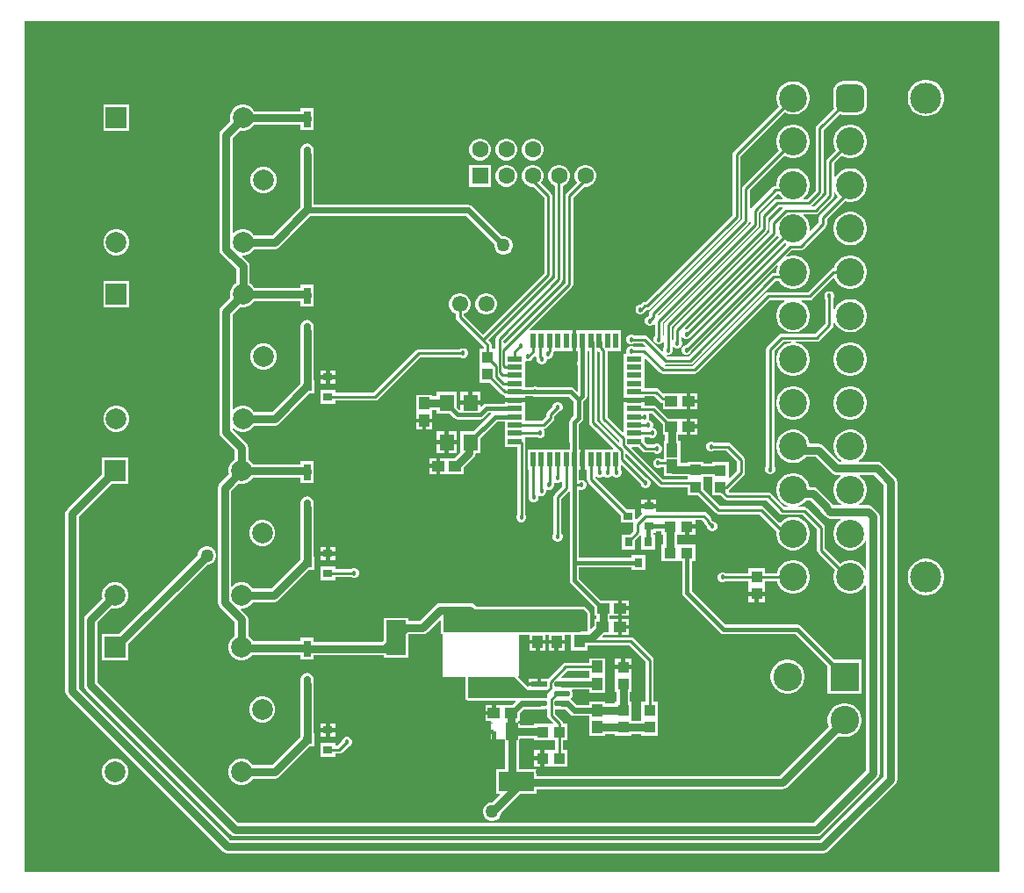
<source format=gbr>
%TF.GenerationSoftware,Altium Limited,Altium Designer,25.3.3 (18)*%
G04 Layer_Physical_Order=1*
G04 Layer_Color=255*
%FSLAX45Y45*%
%MOMM*%
%TF.SameCoordinates,ACD2DE35-000D-4175-8758-006393140AE5*%
%TF.FilePolarity,Positive*%
%TF.FileFunction,Copper,L1,Top,Signal*%
%TF.Part,Single*%
G01*
G75*
%TA.AperFunction,SMDPad,CuDef*%
%ADD10R,3.90000X2.40000*%
%ADD11R,3.35000X1.85000*%
%ADD12R,1.15443X1.70620*%
%ADD13R,1.85000X3.35000*%
%ADD14R,2.40000X3.90000*%
%ADD15R,1.01213X1.15814*%
%ADD16R,1.05822X1.30606*%
%ADD17R,1.15814X1.01213*%
G04:AMPARAMS|DCode=18|XSize=1.55439mm|YSize=0.57213mm|CornerRadius=0.28606mm|HoleSize=0mm|Usage=FLASHONLY|Rotation=0.000|XOffset=0mm|YOffset=0mm|HoleType=Round|Shape=RoundedRectangle|*
%AMROUNDEDRECTD18*
21,1,1.55439,0.00000,0,0,0.0*
21,1,0.98226,0.57213,0,0,0.0*
1,1,0.57213,0.49113,0.00000*
1,1,0.57213,-0.49113,0.00000*
1,1,0.57213,-0.49113,0.00000*
1,1,0.57213,0.49113,0.00000*
%
%ADD18ROUNDEDRECTD18*%
%ADD19R,1.55439X0.57213*%
%ADD20R,0.50800X1.47320*%
%ADD21R,1.47320X0.50800*%
%ADD22R,0.90000X0.80000*%
%ADD23R,1.06213X1.13504*%
%ADD24R,1.13504X1.06213*%
%ADD25R,0.80000X0.90000*%
G04:AMPARAMS|DCode=26|XSize=1.55748mm|YSize=0.74248mm|CornerRadius=0.37124mm|HoleSize=0mm|Usage=FLASHONLY|Rotation=270.000|XOffset=0mm|YOffset=0mm|HoleType=Round|Shape=RoundedRectangle|*
%AMROUNDEDRECTD26*
21,1,1.55748,0.00000,0,0,270.0*
21,1,0.81501,0.74248,0,0,270.0*
1,1,0.74247,0.00000,-0.40750*
1,1,0.74247,0.00000,0.40750*
1,1,0.74247,0.00000,0.40750*
1,1,0.74247,0.00000,-0.40750*
%
%ADD26ROUNDEDRECTD26*%
%ADD27R,0.74248X1.55748*%
%ADD28R,1.40000X1.60000*%
%ADD29R,1.10620X1.35523*%
%ADD30R,2.20000X1.60000*%
%TA.AperFunction,Conductor*%
%ADD31C,0.76200*%
%ADD32C,0.38100*%
%ADD33C,0.25400*%
%ADD34C,0.55900*%
%ADD35C,0.55400*%
%ADD36C,0.55880*%
%TA.AperFunction,ComponentPad*%
%ADD37C,1.60000*%
%ADD38R,1.60000X1.60000*%
%ADD39C,2.00000*%
%ADD40R,2.00000X2.00000*%
%ADD41C,2.70000*%
G04:AMPARAMS|DCode=42|XSize=2.7mm|YSize=2.7mm|CornerRadius=0.675mm|HoleSize=0mm|Usage=FLASHONLY|Rotation=90.000|XOffset=0mm|YOffset=0mm|HoleType=Round|Shape=RoundedRectangle|*
%AMROUNDEDRECTD42*
21,1,2.70000,1.35000,0,0,90.0*
21,1,1.35000,2.70000,0,0,90.0*
1,1,1.35000,0.67500,0.67500*
1,1,1.35000,0.67500,-0.67500*
1,1,1.35000,-0.67500,-0.67500*
1,1,1.35000,-0.67500,0.67500*
%
%ADD42ROUNDEDRECTD42*%
%ADD43C,3.00000*%
%ADD44R,1.55000X1.55000*%
%ADD45C,1.55000*%
%ADD46R,2.75000X2.75000*%
%ADD47C,2.75000*%
%TA.AperFunction,ViaPad*%
%ADD48C,1.27000*%
%ADD49C,0.45720*%
%ADD50C,0.50000*%
%ADD51C,5.00000*%
G36*
X17800000Y3250000D02*
X8400000D01*
Y11450000D01*
X17800000D01*
Y3250000D01*
D02*
G37*
%LPC*%
G36*
X15827298Y10871900D02*
X15795702D01*
X15764713Y10865736D01*
X15735522Y10853645D01*
X15709251Y10836091D01*
X15686909Y10813749D01*
X15669354Y10787478D01*
X15657265Y10758287D01*
X15651100Y10727298D01*
Y10695702D01*
X15657265Y10664713D01*
X15669354Y10635522D01*
X15673853Y10628790D01*
X15237930Y10192869D01*
X15229510Y10180266D01*
X15226553Y10165400D01*
Y9579191D01*
X14391753Y8744389D01*
X14380605D01*
X14365739Y8741432D01*
X14353137Y8733011D01*
X14338211Y8718085D01*
X14329790D01*
X14312051Y8710738D01*
X14298476Y8697162D01*
X14291129Y8679424D01*
Y8660226D01*
X14298476Y8642488D01*
X14312051Y8628912D01*
X14329790Y8621565D01*
X14348988D01*
X14366727Y8628912D01*
X14380302Y8642488D01*
X14385828Y8655827D01*
X14396696Y8666696D01*
X14407843D01*
X14422710Y8669653D01*
X14435310Y8678074D01*
X15292870Y9535631D01*
X15301289Y9548234D01*
X15304247Y9563100D01*
Y10149309D01*
X15728790Y10573853D01*
X15735522Y10569355D01*
X15764713Y10557264D01*
X15795702Y10551100D01*
X15827298D01*
X15858287Y10557264D01*
X15887479Y10569355D01*
X15913750Y10586909D01*
X15936092Y10609251D01*
X15953645Y10635522D01*
X15965736Y10664713D01*
X15971899Y10695702D01*
Y10727298D01*
X15965736Y10758287D01*
X15953645Y10787478D01*
X15936092Y10813749D01*
X15913750Y10836091D01*
X15887479Y10853645D01*
X15858287Y10865736D01*
X15827298Y10871900D01*
D02*
G37*
G36*
X16429001Y10872702D02*
X16294000D01*
X16269749Y10869509D01*
X16247151Y10860148D01*
X16227744Y10845257D01*
X16212854Y10825851D01*
X16203493Y10803252D01*
X16200301Y10779000D01*
Y10644000D01*
X16203493Y10619748D01*
X16206808Y10611744D01*
X16038031Y10442967D01*
X16029611Y10430364D01*
X16026653Y10415499D01*
Y9820491D01*
X15943411Y9737248D01*
X15916681D01*
X15914438Y9744640D01*
X15914247Y9747408D01*
X15936092Y9769252D01*
X15953645Y9795524D01*
X15965736Y9824715D01*
X15971899Y9855704D01*
Y9887300D01*
X15965736Y9918289D01*
X15953645Y9947480D01*
X15936092Y9973751D01*
X15913750Y9996093D01*
X15887479Y10013646D01*
X15858287Y10025738D01*
X15827298Y10031902D01*
X15795702D01*
X15764713Y10025738D01*
X15735522Y10013646D01*
X15709251Y9996093D01*
X15686909Y9973751D01*
X15669354Y9947480D01*
X15657265Y9918289D01*
X15651100Y9887300D01*
Y9863546D01*
X15641299D01*
X15626434Y9860589D01*
X15613831Y9852168D01*
X15415730Y9654069D01*
X15407310Y9641466D01*
X15404353Y9626600D01*
Y9502991D01*
X14517117Y8615754D01*
X14506093Y8619099D01*
X14505635Y8621398D01*
X15381769Y9497531D01*
X15390189Y9510134D01*
X15393147Y9525000D01*
Y9818210D01*
X15728790Y10153854D01*
X15735522Y10149356D01*
X15764713Y10137265D01*
X15795702Y10131101D01*
X15827298D01*
X15858287Y10137265D01*
X15887479Y10149356D01*
X15913750Y10166910D01*
X15936092Y10189252D01*
X15953645Y10215523D01*
X15965736Y10244714D01*
X15971899Y10275703D01*
Y10307299D01*
X15965736Y10338288D01*
X15953645Y10367479D01*
X15936092Y10393750D01*
X15913750Y10416092D01*
X15887479Y10433646D01*
X15858287Y10445737D01*
X15827298Y10451901D01*
X15795702D01*
X15764713Y10445737D01*
X15735522Y10433646D01*
X15709251Y10416092D01*
X15686909Y10393750D01*
X15669354Y10367479D01*
X15657265Y10338288D01*
X15651100Y10307299D01*
Y10275703D01*
X15657265Y10244714D01*
X15669354Y10215523D01*
X15673853Y10208791D01*
X15326831Y9861769D01*
X15318411Y9849167D01*
X15315453Y9834301D01*
Y9541091D01*
X14434267Y8659904D01*
X14425845Y8647301D01*
X14422890Y8632436D01*
Y8613325D01*
X14416003Y8606438D01*
X14402663Y8600913D01*
X14389087Y8587337D01*
X14381740Y8569599D01*
Y8550400D01*
X14389087Y8532663D01*
X14402663Y8519087D01*
X14420401Y8511740D01*
X14439600D01*
X14457336Y8519087D01*
X14467093Y8528843D01*
X14477254Y8524635D01*
Y8411403D01*
X14475188Y8409337D01*
X14467841Y8391599D01*
Y8372401D01*
X14475188Y8354663D01*
X14488763Y8341087D01*
X14506500Y8333740D01*
X14525699D01*
X14543437Y8341087D01*
X14555994Y8353644D01*
X14560764Y8352967D01*
X14566153Y8350529D01*
Y8309803D01*
X14564087Y8307737D01*
X14556740Y8289999D01*
Y8270966D01*
X14556256Y8270497D01*
X14548010Y8265328D01*
X14403870Y8409469D01*
X14391266Y8417889D01*
X14376401Y8420847D01*
X14278802D01*
X14276736Y8422913D01*
X14259000Y8430260D01*
X14239801D01*
X14222063Y8422913D01*
X14208487Y8409337D01*
X14201140Y8391599D01*
Y8372401D01*
X14208487Y8354663D01*
X14222063Y8341087D01*
X14239801Y8333740D01*
X14259000D01*
X14276736Y8341087D01*
X14278802Y8343153D01*
X14360310D01*
X14386540Y8316923D01*
X14381535Y8307560D01*
X14373860Y8309087D01*
X14278802D01*
X14276736Y8311153D01*
X14259000Y8318500D01*
X14239801D01*
X14222063Y8311153D01*
X14208487Y8297577D01*
X14201140Y8279839D01*
Y8260641D01*
X14203133Y8255828D01*
X14197488Y8247380D01*
X14178281D01*
Y8145780D01*
Y8067040D01*
Y7985760D01*
Y7907020D01*
Y7825740D01*
Y7816850D01*
X14277341D01*
X14376401D01*
Y7835153D01*
X14474609D01*
X14528006Y7781757D01*
X14540610Y7773336D01*
X14553296Y7770812D01*
Y7709094D01*
X14782947D01*
Y7785100D01*
Y7861106D01*
X14558531D01*
X14518169Y7901469D01*
X14505566Y7909889D01*
X14490700Y7912847D01*
X14376401D01*
Y7985760D01*
Y8067040D01*
Y8145780D01*
Y8199488D01*
X14385786Y8203376D01*
X14526730Y8062431D01*
X14539334Y8054011D01*
X14554201Y8051053D01*
X14859000D01*
X14873866Y8054011D01*
X14886469Y8062431D01*
X15585191Y8761153D01*
X15728473D01*
X15731555Y8750993D01*
X15709251Y8736090D01*
X15686909Y8713748D01*
X15669354Y8687477D01*
X15657265Y8658286D01*
X15651100Y8627297D01*
Y8595701D01*
X15657265Y8564712D01*
X15669354Y8535521D01*
X15686909Y8509250D01*
X15709251Y8486908D01*
X15735522Y8469354D01*
X15764713Y8457263D01*
X15795702Y8451099D01*
X15827298D01*
X15858287Y8457263D01*
X15887479Y8469354D01*
X15913750Y8486908D01*
X15936092Y8509250D01*
X15953645Y8535521D01*
X15965736Y8564712D01*
X15971899Y8595701D01*
Y8627297D01*
X15965736Y8658286D01*
X15953645Y8687477D01*
X15936092Y8713748D01*
X15913750Y8736090D01*
X15891444Y8750993D01*
X15894527Y8761153D01*
X15970000D01*
X15984866Y8764110D01*
X15997469Y8772531D01*
X16201498Y8976560D01*
X16211462Y8974578D01*
X16219357Y8955520D01*
X16236911Y8929249D01*
X16259251Y8906908D01*
X16285522Y8889354D01*
X16314714Y8877262D01*
X16345703Y8871098D01*
X16377299D01*
X16408289Y8877262D01*
X16437479Y8889354D01*
X16463751Y8906908D01*
X16486092Y8929249D01*
X16503645Y8955520D01*
X16515736Y8984711D01*
X16521901Y9015700D01*
Y9047296D01*
X16515736Y9078285D01*
X16503645Y9107476D01*
X16486092Y9133748D01*
X16463751Y9156089D01*
X16437479Y9173643D01*
X16408289Y9185734D01*
X16377299Y9191898D01*
X16345703D01*
X16314714Y9185734D01*
X16285522Y9173643D01*
X16259251Y9156089D01*
X16236911Y9133748D01*
X16219357Y9107476D01*
X16207266Y9078285D01*
X16205685Y9070345D01*
X16201498D01*
X16186633Y9067388D01*
X16174030Y9058967D01*
X15953909Y8838846D01*
X15569099D01*
X15554234Y8835889D01*
X15541631Y8827469D01*
X14842909Y8128747D01*
X14576640D01*
X14575662Y8130378D01*
X14577560Y8134992D01*
X14581767Y8139953D01*
X14820900D01*
X14835767Y8142911D01*
X14848369Y8151331D01*
X15642886Y8945850D01*
X15675816D01*
X15686909Y8929249D01*
X15709251Y8906908D01*
X15735522Y8889354D01*
X15764713Y8877262D01*
X15795702Y8871098D01*
X15827298D01*
X15858287Y8877262D01*
X15887479Y8889354D01*
X15913750Y8906908D01*
X15936092Y8929249D01*
X15953645Y8955520D01*
X15965736Y8984711D01*
X15971899Y9015700D01*
Y9047296D01*
X15965736Y9078285D01*
X15953645Y9107476D01*
X15936092Y9133748D01*
X15913750Y9156089D01*
X15887479Y9173643D01*
X15858287Y9185734D01*
X15827298Y9191898D01*
X15795702D01*
X15764713Y9185734D01*
X15752296Y9180591D01*
X15746542Y9189205D01*
X15796893Y9239556D01*
X15883200D01*
X15898067Y9242513D01*
X15910669Y9250934D01*
X16126418Y9466683D01*
X16134839Y9479286D01*
X16137796Y9494152D01*
Y9542359D01*
X16313292Y9717855D01*
X16314714Y9717266D01*
X16345703Y9711102D01*
X16377299D01*
X16408289Y9717266D01*
X16437479Y9729357D01*
X16463751Y9746911D01*
X16486092Y9769252D01*
X16503645Y9795524D01*
X16515736Y9824715D01*
X16521901Y9855704D01*
Y9887300D01*
X16515736Y9918289D01*
X16503645Y9947480D01*
X16486092Y9973751D01*
X16463751Y9996093D01*
X16437479Y10013646D01*
X16408289Y10025738D01*
X16377299Y10031902D01*
X16345703D01*
X16314714Y10025738D01*
X16285522Y10013646D01*
X16259251Y9996093D01*
X16236911Y9973751D01*
X16219357Y9947480D01*
X16216107Y9939633D01*
X16205946Y9941654D01*
Y10081009D01*
X16278792Y10153854D01*
X16285522Y10149356D01*
X16314714Y10137265D01*
X16345703Y10131101D01*
X16377299D01*
X16408289Y10137265D01*
X16437479Y10149356D01*
X16463751Y10166910D01*
X16486092Y10189252D01*
X16503645Y10215523D01*
X16515736Y10244714D01*
X16521901Y10275703D01*
Y10307299D01*
X16515736Y10338288D01*
X16503645Y10367479D01*
X16486092Y10393750D01*
X16463751Y10416092D01*
X16437479Y10433646D01*
X16408289Y10445737D01*
X16377299Y10451901D01*
X16345703D01*
X16314714Y10445737D01*
X16285522Y10433646D01*
X16259251Y10416092D01*
X16236911Y10393750D01*
X16219357Y10367479D01*
X16207266Y10338288D01*
X16201102Y10307299D01*
Y10275703D01*
X16207266Y10244714D01*
X16219357Y10215523D01*
X16223856Y10208791D01*
X16139632Y10124568D01*
X16131210Y10111965D01*
X16128253Y10097099D01*
Y9782391D01*
X16011308Y9665447D01*
X15995853D01*
X15991644Y9675607D01*
X16092969Y9776931D01*
X16101389Y9789534D01*
X16104347Y9804400D01*
Y10399408D01*
X16261745Y10556807D01*
X16269749Y10553491D01*
X16294000Y10550298D01*
X16429001D01*
X16453253Y10553491D01*
X16475851Y10562852D01*
X16495259Y10577743D01*
X16510149Y10597149D01*
X16519510Y10619748D01*
X16522704Y10644000D01*
Y10779000D01*
X16519510Y10803252D01*
X16510149Y10825851D01*
X16495259Y10845257D01*
X16475851Y10860148D01*
X16453253Y10869509D01*
X16429001Y10872702D01*
D02*
G37*
G36*
X17108778Y10886900D02*
X17074226D01*
X17040340Y10880159D01*
X17008420Y10866937D01*
X16979692Y10847742D01*
X16955260Y10823311D01*
X16936066Y10794583D01*
X16922842Y10762662D01*
X16916103Y10728775D01*
Y10694225D01*
X16922842Y10660338D01*
X16936066Y10628417D01*
X16955260Y10599689D01*
X16979692Y10575258D01*
X17008420Y10556063D01*
X17040340Y10542841D01*
X17074226Y10536100D01*
X17108778D01*
X17142665Y10542841D01*
X17174585Y10556063D01*
X17203313Y10575258D01*
X17227745Y10599689D01*
X17246941Y10628417D01*
X17260162Y10660338D01*
X17266902Y10694225D01*
Y10728775D01*
X17260162Y10762662D01*
X17246941Y10794583D01*
X17227745Y10823311D01*
X17203313Y10847742D01*
X17174585Y10866937D01*
X17142665Y10880159D01*
X17108778Y10886900D01*
D02*
G37*
G36*
X10522508Y10644099D02*
X10489490D01*
X10457596Y10635553D01*
X10429001Y10619044D01*
X10405654Y10595696D01*
X10389145Y10567101D01*
X10380599Y10535208D01*
Y10502190D01*
X10384261Y10488523D01*
X10296718Y10400980D01*
X10282683Y10379975D01*
X10277755Y10355199D01*
Y9250975D01*
X10282683Y9226198D01*
X10296718Y9205194D01*
X10441255Y9060657D01*
Y8924318D01*
X10429001Y8917244D01*
X10405654Y8893896D01*
X10389145Y8865301D01*
X10380599Y8833408D01*
Y8800390D01*
X10384261Y8786723D01*
X10296718Y8699180D01*
X10282683Y8678175D01*
X10277755Y8653399D01*
Y7492014D01*
X10282683Y7467238D01*
X10296718Y7446234D01*
X10428555Y7314397D01*
Y7222518D01*
X10416301Y7215444D01*
X10392954Y7192096D01*
X10376445Y7163501D01*
X10367899Y7131608D01*
Y7098590D01*
X10371561Y7084923D01*
X10284018Y6997380D01*
X10269983Y6976375D01*
X10265055Y6951599D01*
Y5847375D01*
X10269983Y5822598D01*
X10284018Y5801594D01*
X10428555Y5657057D01*
Y5520718D01*
X10416301Y5513644D01*
X10392954Y5490296D01*
X10376445Y5461701D01*
X10367899Y5429808D01*
Y5396790D01*
X10376445Y5364896D01*
X10392954Y5336301D01*
X10416301Y5312954D01*
X10444896Y5296445D01*
X10476790Y5287899D01*
X10509808D01*
X10541701Y5296445D01*
X10570296Y5312954D01*
X10593644Y5336301D01*
X10597583Y5343124D01*
X11062676D01*
Y5299164D01*
X11187724D01*
Y5337694D01*
X11862100D01*
Y5312100D01*
X12097900D01*
Y5536338D01*
X12101818Y5540256D01*
X12240097D01*
X12264874Y5545184D01*
X12285878Y5559219D01*
X12404716Y5678056D01*
X12414102Y5674168D01*
Y5562600D01*
X12416074Y5552689D01*
X12421688Y5544288D01*
X12430089Y5538674D01*
X12433300Y5538035D01*
Y5143500D01*
Y5126700D01*
X12639052D01*
X12648702Y5123699D01*
Y4930151D01*
X12649200Y4927649D01*
Y4925099D01*
X12649623Y4922971D01*
X12650599Y4920614D01*
X12650674Y4920240D01*
X12650886Y4919923D01*
X12653490Y4913635D01*
X12660635Y4906490D01*
X12666922Y4903886D01*
X12667240Y4903674D01*
X12667614Y4903599D01*
X12669971Y4902623D01*
X12672098Y4902200D01*
X12674649D01*
X12677150Y4901702D01*
X13131499D01*
X13135387Y4892316D01*
X13099078Y4856007D01*
X12946353D01*
Y4780000D01*
X12927303D01*
Y4760950D01*
X12843996D01*
Y4703994D01*
X12897958D01*
X12898792Y4699807D01*
X12905528Y4689725D01*
X12910854Y4686166D01*
X12907771Y4676006D01*
X12843996D01*
Y4619050D01*
X12927303D01*
Y4600000D01*
X12946353D01*
Y4523993D01*
X13035452D01*
Y4237900D01*
X12952100D01*
Y4002100D01*
X12979205D01*
X12983093Y3992713D01*
X12909280Y3918900D01*
X12898296D01*
X12875687Y3912842D01*
X12855414Y3901138D01*
X12838863Y3884586D01*
X12827158Y3864314D01*
X12821100Y3841704D01*
Y3818296D01*
X12827158Y3795686D01*
X12838863Y3775414D01*
X12855414Y3758862D01*
X12875687Y3747158D01*
X12898296Y3741100D01*
X12921704D01*
X12944315Y3747158D01*
X12964586Y3758862D01*
X12981139Y3775414D01*
X12992842Y3795686D01*
X12998900Y3818296D01*
Y3825396D01*
X13175604Y4002100D01*
X13337900D01*
Y4045256D01*
X15705099D01*
X15729877Y4050184D01*
X15750880Y4064219D01*
X16246866Y4560204D01*
X16259283Y4555060D01*
X16290756Y4548800D01*
X16322844D01*
X16354317Y4555060D01*
X16383961Y4567340D01*
X16410643Y4585167D01*
X16433333Y4607857D01*
X16451160Y4634538D01*
X16463440Y4664184D01*
X16469701Y4695656D01*
Y4727744D01*
X16463440Y4759216D01*
X16451160Y4788862D01*
X16433333Y4815543D01*
X16410643Y4838233D01*
X16383961Y4856060D01*
X16354317Y4868340D01*
X16322844Y4874600D01*
X16290756D01*
X16259283Y4868340D01*
X16229639Y4856060D01*
X16202957Y4838233D01*
X16180267Y4815543D01*
X16162440Y4788862D01*
X16150160Y4759216D01*
X16143900Y4727744D01*
Y4695656D01*
X16150160Y4664184D01*
X16155304Y4651766D01*
X15678282Y4174744D01*
X13337900D01*
Y4237900D01*
X13164941D01*
Y4523993D01*
X13176004D01*
Y4533956D01*
X13311009D01*
Y4518893D01*
X13517393D01*
Y4421907D01*
X13412212D01*
Y4343400D01*
Y4264893D01*
X13638391D01*
Y4421907D01*
X13595087D01*
Y4518893D01*
X13638391D01*
Y4675907D01*
X13595087D01*
Y4680961D01*
X13592130Y4695827D01*
X13583708Y4708429D01*
X13517915Y4774222D01*
Y4811147D01*
X13525769Y4817593D01*
X13535616Y4815634D01*
X13612355D01*
X13659926Y4768062D01*
X13677570Y4756273D01*
X13698383Y4752133D01*
X13843195D01*
Y4723790D01*
Y4558396D01*
X13995206D01*
Y4577538D01*
X14094693D01*
Y4560709D01*
X14251707D01*
Y4578117D01*
X14348692D01*
Y4560709D01*
X14505707D01*
Y4723787D01*
Y4888091D01*
X14466048D01*
Y5292800D01*
X14463089Y5307666D01*
X14454669Y5320269D01*
X14275076Y5499860D01*
X14262474Y5508281D01*
X14247607Y5511238D01*
X13976076D01*
X13972186Y5520625D01*
X13985556Y5533994D01*
X14123650D01*
Y5610000D01*
Y5686006D01*
X14042253D01*
Y5716206D01*
X14124065D01*
Y5792212D01*
Y5868219D01*
X13958504D01*
X13748621Y6078101D01*
Y6184811D01*
X14254601D01*
Y6159600D01*
X14385400D01*
Y6300400D01*
X14254601D01*
Y6275453D01*
X13748621D01*
Y6927475D01*
X13757068Y6933120D01*
X13760400Y6931740D01*
X13779599D01*
X13797337Y6939087D01*
X13810913Y6952663D01*
X13818260Y6970401D01*
Y6989599D01*
X13810913Y7007337D01*
X13797337Y7020913D01*
X13779599Y7028260D01*
X13760400D01*
X13757068Y7026880D01*
X13748621Y7032525D01*
Y7124700D01*
X13762990D01*
Y7223760D01*
Y7322820D01*
X13748621D01*
Y7404638D01*
X13748260Y7406451D01*
Y7419599D01*
X13745322Y7426695D01*
Y7566411D01*
X13774716Y7595807D01*
X13774718Y7595807D01*
X13784541Y7610510D01*
X13787991Y7627854D01*
X13787991Y7627855D01*
Y7782202D01*
X13814087Y7808298D01*
X13823911Y7823001D01*
X13827361Y7840345D01*
Y8138229D01*
X13828259Y8140401D01*
Y8159599D01*
X13827361Y8161771D01*
Y8272780D01*
X13842253D01*
Y7583313D01*
X13845210Y7568447D01*
X13853632Y7555844D01*
X14077269Y7332207D01*
X14073381Y7322820D01*
X13801089D01*
Y7223760D01*
Y7124700D01*
X13824474D01*
Y7029780D01*
X13827431Y7014914D01*
X13835851Y7002312D01*
X14144508Y6693654D01*
X14144711Y6692634D01*
X14149600Y6685318D01*
Y6614600D01*
X14266978D01*
X14273424Y6606746D01*
X14272192Y6600551D01*
Y6537129D01*
X14235463Y6500400D01*
X14159599D01*
Y6359600D01*
X14290401D01*
Y6445463D01*
X14338507Y6493570D01*
X14339439Y6494966D01*
X14349600Y6491884D01*
Y6359600D01*
X14480400D01*
Y6500400D01*
X14462820D01*
Y6519599D01*
X14490401D01*
Y6536479D01*
X14542909D01*
Y6500093D01*
X14560316D01*
Y6403107D01*
X14542909D01*
Y6246093D01*
X14742818D01*
Y5941861D01*
X14746268Y5924517D01*
X14756091Y5909814D01*
X15109953Y5555953D01*
X15124657Y5546129D01*
X15142000Y5542679D01*
X15142001Y5542679D01*
X15831728D01*
X16143900Y5230506D01*
Y4968799D01*
X16469701D01*
Y5294599D01*
X16207993D01*
X15882545Y5620047D01*
X15867844Y5629871D01*
X15850499Y5633321D01*
X15160773D01*
X14833459Y5960633D01*
Y6246093D01*
X14870291D01*
Y6403107D01*
X14689806D01*
Y6500093D01*
X14769089D01*
Y6578600D01*
X14788139D01*
Y6597650D01*
X14870291D01*
Y6641154D01*
X14933910D01*
X14949210Y6625854D01*
Y6624266D01*
X14952167Y6609400D01*
X14960587Y6596797D01*
X14981740Y6575644D01*
Y6570401D01*
X14989087Y6552663D01*
X15002663Y6539087D01*
X15020399Y6531740D01*
X15039600D01*
X15057336Y6539087D01*
X15070914Y6552663D01*
X15078259Y6570401D01*
Y6589599D01*
X15070914Y6607337D01*
X15057336Y6620913D01*
X15039600Y6628260D01*
X15038998D01*
X15026901Y6640357D01*
Y6641944D01*
X15023946Y6656810D01*
X15015524Y6669413D01*
X14977467Y6707469D01*
X14964867Y6715890D01*
X14950000Y6718847D01*
X14490401D01*
Y6755951D01*
X14420000D01*
X14349600D01*
Y6709601D01*
X14350783D01*
X14354993Y6699441D01*
X14299786Y6644237D01*
X14290401Y6648125D01*
Y6745400D01*
X14202637D01*
X13902167Y7045871D01*
Y7059115D01*
X13912328Y7063324D01*
X13917262Y7058387D01*
X13935001Y7051040D01*
X13954199D01*
X13971938Y7058387D01*
X13982700Y7069150D01*
X13993463Y7058387D01*
X14011201Y7051040D01*
X14030399D01*
X14048137Y7058387D01*
X14058939Y7069189D01*
X14065250Y7070967D01*
X14071561Y7069189D01*
X14082362Y7058387D01*
X14100101Y7051040D01*
X14119299D01*
X14137038Y7058387D01*
X14150613Y7071963D01*
X14157961Y7089701D01*
Y7108899D01*
X14151976Y7123346D01*
X14152879Y7124700D01*
X14152879D01*
Y7165708D01*
X14162267Y7169596D01*
X14341936Y6989927D01*
X14349088Y6972663D01*
X14362663Y6959087D01*
X14380402Y6951740D01*
X14399599D01*
X14417337Y6959087D01*
X14430913Y6972663D01*
X14438260Y6990401D01*
Y7009599D01*
X14430913Y7027337D01*
X14417337Y7040913D01*
X14399599Y7048260D01*
X14393477D01*
X14194379Y7247358D01*
Y7275196D01*
X14203766Y7279084D01*
X14512617Y6970231D01*
X14525221Y6961811D01*
X14540086Y6958853D01*
X14791493D01*
Y6877848D01*
X14897215D01*
X15066650Y6708412D01*
X15079254Y6699991D01*
X15094119Y6697034D01*
X15488029D01*
X15652206Y6532857D01*
X15651100Y6527296D01*
Y6495700D01*
X15657265Y6464711D01*
X15669354Y6435520D01*
X15686909Y6409249D01*
X15709251Y6386907D01*
X15735522Y6369354D01*
X15764713Y6357262D01*
X15795702Y6351098D01*
X15827298D01*
X15858287Y6357262D01*
X15887479Y6369354D01*
X15913750Y6386907D01*
X15936092Y6409249D01*
X15953645Y6435520D01*
X15965736Y6464711D01*
X15971899Y6495700D01*
Y6527296D01*
X15965736Y6558285D01*
X15953645Y6587476D01*
X15936092Y6613748D01*
X15913750Y6636089D01*
X15887479Y6653643D01*
X15858287Y6665734D01*
X15827298Y6671898D01*
X15795702D01*
X15764713Y6665734D01*
X15735522Y6653643D01*
X15709251Y6636089D01*
X15691234Y6618072D01*
X15678050Y6616887D01*
X15531589Y6763349D01*
X15518987Y6771770D01*
X15504120Y6774727D01*
X15110211D01*
X14948508Y6936431D01*
Y7058335D01*
X15031493D01*
Y6876309D01*
X15115109D01*
X15148886Y6842531D01*
X15161488Y6834111D01*
X15176353Y6831153D01*
X15553909D01*
X15682532Y6702531D01*
X15695134Y6694111D01*
X15710001Y6691153D01*
X15903909D01*
X16041154Y6553909D01*
Y6350000D01*
X16044112Y6335134D01*
X16052531Y6322531D01*
X16215909Y6159154D01*
X16207266Y6138286D01*
X16201102Y6107297D01*
Y6075701D01*
X16207266Y6044712D01*
X16219357Y6015521D01*
X16236911Y5989250D01*
X16259251Y5966908D01*
X16285522Y5949354D01*
X16314714Y5937263D01*
X16345703Y5931099D01*
X16377299D01*
X16408289Y5937263D01*
X16437479Y5949354D01*
X16463751Y5966908D01*
X16486092Y5989250D01*
X16503645Y6015521D01*
X16505292Y6019492D01*
X16515256Y6017510D01*
Y4226818D01*
X16011263Y3722824D01*
X10458738D01*
X9104744Y5076818D01*
Y5654982D01*
X9243125Y5793363D01*
X9256792Y5789701D01*
X9289810D01*
X9321704Y5798247D01*
X9350299Y5814756D01*
X9373646Y5838104D01*
X9390155Y5866699D01*
X9398701Y5898592D01*
Y5931610D01*
X9390155Y5963504D01*
X9373646Y5992099D01*
X9350299Y6015446D01*
X9321704Y6031955D01*
X9289810Y6040501D01*
X9256792D01*
X9224899Y6031955D01*
X9196304Y6015446D01*
X9172956Y5992099D01*
X9156447Y5963504D01*
X9147901Y5931610D01*
Y5898592D01*
X9151563Y5884925D01*
X8994219Y5727581D01*
X8980184Y5706576D01*
X8975256Y5681800D01*
Y5050000D01*
X8980184Y5025224D01*
X8994219Y5004219D01*
X10386139Y3612299D01*
X10407144Y3598264D01*
X10431920Y3593336D01*
X16038080D01*
X16062857Y3598264D01*
X16083861Y3612299D01*
X16625781Y4154219D01*
X16639816Y4175223D01*
X16644743Y4200000D01*
Y6675363D01*
X16639816Y6700140D01*
X16625781Y6721144D01*
X16581145Y6765781D01*
X16560139Y6779816D01*
X16535362Y6784744D01*
X16448862D01*
X16445779Y6794904D01*
X16463751Y6806912D01*
X16486092Y6829253D01*
X16503645Y6855525D01*
X16515736Y6884715D01*
X16521901Y6915704D01*
Y6947301D01*
X16515736Y6978290D01*
X16503645Y7007481D01*
X16486092Y7033752D01*
X16463751Y7056093D01*
X16450278Y7065096D01*
X16453360Y7075256D01*
X16593182D01*
X16685255Y6983182D01*
Y4166818D01*
X16073183Y3554744D01*
X10386818D01*
X8924744Y5016818D01*
Y6674980D01*
X9239463Y6989699D01*
X9398701D01*
Y7240499D01*
X9147901D01*
Y7081261D01*
X8814219Y6747579D01*
X8800184Y6726574D01*
X8795256Y6701798D01*
Y4990000D01*
X8800184Y4965223D01*
X8814219Y4944219D01*
X10314219Y3444219D01*
X10335224Y3430184D01*
X10360000Y3425256D01*
X16100000D01*
X16124776Y3430184D01*
X16145781Y3444219D01*
X16795781Y4094219D01*
X16809816Y4115224D01*
X16814745Y4140000D01*
Y7010000D01*
X16809816Y7034776D01*
X16795781Y7055781D01*
X16665781Y7185781D01*
X16644775Y7199816D01*
X16620000Y7204744D01*
X16448863D01*
X16445781Y7214904D01*
X16463751Y7226911D01*
X16486092Y7249252D01*
X16503645Y7275524D01*
X16515736Y7304715D01*
X16521901Y7335704D01*
Y7367300D01*
X16515736Y7398289D01*
X16503645Y7427480D01*
X16486092Y7453751D01*
X16463751Y7476092D01*
X16437479Y7493646D01*
X16408289Y7505738D01*
X16377299Y7511902D01*
X16345703D01*
X16314714Y7505738D01*
X16285522Y7493646D01*
X16259251Y7476092D01*
X16236911Y7453751D01*
X16219357Y7427480D01*
X16207266Y7398289D01*
X16201102Y7367300D01*
Y7335704D01*
X16207266Y7304715D01*
X16219357Y7275524D01*
X16236911Y7249252D01*
X16259251Y7226911D01*
X16277222Y7214904D01*
X16274139Y7204744D01*
X16254662D01*
X16099205Y7360201D01*
X16078200Y7374235D01*
X16053424Y7379164D01*
X15969540D01*
X15965736Y7398289D01*
X15953645Y7427480D01*
X15936092Y7453751D01*
X15913750Y7476092D01*
X15887479Y7493646D01*
X15858287Y7505738D01*
X15827298Y7511902D01*
X15795702D01*
X15764713Y7505738D01*
X15735522Y7493646D01*
X15709251Y7476092D01*
X15686909Y7453751D01*
X15669354Y7427480D01*
X15657265Y7398289D01*
X15651100Y7367300D01*
Y7335704D01*
X15657265Y7304715D01*
X15669354Y7275524D01*
X15686909Y7249252D01*
X15709251Y7226911D01*
X15735522Y7209357D01*
X15764713Y7197266D01*
X15795702Y7191102D01*
X15827298D01*
X15858287Y7197266D01*
X15887479Y7209357D01*
X15913750Y7226911D01*
X15936092Y7249252D01*
X15936374Y7249676D01*
X16026607D01*
X16182063Y7094219D01*
X16203067Y7080184D01*
X16227844Y7075256D01*
X16269643D01*
X16272725Y7065096D01*
X16259251Y7056093D01*
X16236911Y7033752D01*
X16219357Y7007481D01*
X16207266Y6978290D01*
X16201102Y6947301D01*
Y6915704D01*
X16207266Y6884715D01*
X16219357Y6855525D01*
X16236911Y6829253D01*
X16259251Y6806912D01*
X16277223Y6794904D01*
X16274141Y6784744D01*
X16196819D01*
X16190569Y6790994D01*
X16189816Y6794777D01*
X16175781Y6815781D01*
X16051360Y6940202D01*
X16030356Y6954236D01*
X16005579Y6959165D01*
X15969540D01*
X15965736Y6978290D01*
X15953645Y7007481D01*
X15936092Y7033752D01*
X15913750Y7056093D01*
X15887479Y7073647D01*
X15858287Y7085738D01*
X15827298Y7091903D01*
X15795702D01*
X15764713Y7085738D01*
X15735522Y7073647D01*
X15709251Y7056093D01*
X15686909Y7033752D01*
X15669354Y7007481D01*
X15657265Y6978290D01*
X15651100Y6947301D01*
Y6915704D01*
X15657265Y6884715D01*
X15669354Y6855525D01*
X15686909Y6829253D01*
X15709251Y6806912D01*
X15735522Y6789358D01*
X15760512Y6779007D01*
X15758492Y6768847D01*
X15726089D01*
X15597469Y6897469D01*
X15584866Y6905889D01*
X15570000Y6908846D01*
X15192445D01*
X15188507Y6912785D01*
Y6925324D01*
X15193796Y6928859D01*
X15337469Y7072531D01*
X15345889Y7085134D01*
X15348846Y7100000D01*
Y7220000D01*
X15345889Y7234866D01*
X15337469Y7247469D01*
X15207469Y7377469D01*
X15194865Y7385889D01*
X15180000Y7388847D01*
X15049403D01*
X15047337Y7390913D01*
X15029599Y7398260D01*
X15010400D01*
X14992664Y7390913D01*
X14979086Y7377337D01*
X14971741Y7359599D01*
Y7340401D01*
X14979086Y7322663D01*
X14992664Y7309087D01*
X15010400Y7301740D01*
X15029599D01*
X15047337Y7309087D01*
X15049403Y7311154D01*
X15163908D01*
X15271153Y7203909D01*
Y7116091D01*
X15198666Y7043604D01*
X15188507Y7047812D01*
Y7203691D01*
X15031493D01*
Y7187823D01*
X14948508D01*
Y7205231D01*
X14791493D01*
Y7194310D01*
X14723810D01*
Y7217985D01*
Y7404308D01*
X14704593D01*
Y7467794D01*
X14782947D01*
Y7543800D01*
Y7619806D01*
X14608234D01*
X14492769Y7735271D01*
X14480167Y7743692D01*
X14465300Y7746649D01*
X14376401D01*
Y7778750D01*
X14277341D01*
X14178281D01*
Y7747000D01*
Y7668260D01*
Y7586980D01*
Y7492632D01*
X14168893Y7488744D01*
X14021547Y7636091D01*
Y8272780D01*
X14152879D01*
Y8470900D01*
X13722350D01*
Y8371840D01*
Y8272780D01*
X13736719D01*
Y8171620D01*
X13731740Y8159599D01*
Y8140401D01*
X13736719Y8128380D01*
Y7884294D01*
X13727332Y7880406D01*
X13699152Y7908587D01*
X13684448Y7918411D01*
X13667105Y7921861D01*
X13345049D01*
X13329599Y7928260D01*
X13310400D01*
X13303305Y7925321D01*
X13228320D01*
Y7985760D01*
Y8067040D01*
Y8168089D01*
X13236768Y8173733D01*
X13241582Y8171740D01*
X13260779D01*
X13278517Y8179087D01*
X13292093Y8192663D01*
X13293729Y8196611D01*
X13321072Y8223956D01*
X13331233Y8219748D01*
Y8215418D01*
X13334190Y8200553D01*
X13341740Y8189254D01*
Y8180400D01*
X13349088Y8162663D01*
X13362663Y8149087D01*
X13380400Y8141740D01*
X13399599D01*
X13417337Y8149087D01*
X13430913Y8162663D01*
X13438260Y8180400D01*
Y8195498D01*
X13438480Y8195644D01*
X13457677D01*
X13475415Y8202991D01*
X13488991Y8216567D01*
X13496338Y8234305D01*
Y8244875D01*
X13500429Y8250999D01*
X13503387Y8265865D01*
Y8272780D01*
X13684250D01*
Y8371840D01*
Y8470900D01*
X13276212D01*
X13272324Y8480287D01*
X13679968Y8887931D01*
X13688390Y8900534D01*
X13691347Y8915400D01*
Y9750209D01*
X13795737Y9854600D01*
X13821877D01*
X13848683Y9861783D01*
X13872717Y9875659D01*
X13892342Y9895283D01*
X13906216Y9919317D01*
X13913400Y9946124D01*
Y9973876D01*
X13906216Y10000683D01*
X13892342Y10024717D01*
X13872717Y10044341D01*
X13848683Y10058217D01*
X13821877Y10065400D01*
X13794124D01*
X13767317Y10058217D01*
X13743283Y10044341D01*
X13723659Y10024717D01*
X13709782Y10000683D01*
X13702600Y9973876D01*
Y9946124D01*
X13709782Y9919317D01*
X13723659Y9895283D01*
X13725102Y9893839D01*
X13625031Y9793769D01*
X13616611Y9781166D01*
X13613654Y9766300D01*
Y8931491D01*
X13029939Y8347777D01*
X13020554Y8351665D01*
Y8374251D01*
X13578369Y8932066D01*
X13586789Y8944669D01*
X13589748Y8959535D01*
Y9860460D01*
X13594682Y9861783D01*
X13618716Y9875659D01*
X13638341Y9895283D01*
X13652217Y9919317D01*
X13659399Y9946124D01*
Y9973876D01*
X13652217Y10000683D01*
X13638341Y10024717D01*
X13618716Y10044341D01*
X13594682Y10058217D01*
X13567876Y10065400D01*
X13540125D01*
X13513316Y10058217D01*
X13489284Y10044341D01*
X13469659Y10024717D01*
X13455783Y10000683D01*
X13448599Y9973876D01*
Y9946124D01*
X13455783Y9919317D01*
X13469659Y9895283D01*
X13489284Y9875659D01*
X13512053Y9862512D01*
Y8975626D01*
X12954237Y8417810D01*
X12945818Y8405207D01*
X12942860Y8390341D01*
Y8291691D01*
X12903947D01*
Y8331200D01*
X12900989Y8346066D01*
X12892569Y8358669D01*
X12875587Y8375650D01*
X13476768Y8976831D01*
X13485188Y8989434D01*
X13488147Y9004300D01*
Y9766300D01*
X13485188Y9781166D01*
X13476768Y9793769D01*
X13379797Y9890739D01*
X13384341Y9895283D01*
X13398216Y9919317D01*
X13405400Y9946124D01*
Y9973876D01*
X13398216Y10000683D01*
X13384341Y10024717D01*
X13364717Y10044341D01*
X13340683Y10058217D01*
X13313876Y10065400D01*
X13286124D01*
X13259317Y10058217D01*
X13235283Y10044341D01*
X13215659Y10024717D01*
X13201784Y10000683D01*
X13194600Y9973876D01*
Y9946124D01*
X13201784Y9919317D01*
X13215659Y9895283D01*
X13235283Y9875659D01*
X13259317Y9861783D01*
X13286124Y9854600D01*
X13306062D01*
X13410452Y9750209D01*
Y9020391D01*
X12820650Y8430587D01*
X12637247Y8613991D01*
Y8628779D01*
X12638118Y8629012D01*
X12661582Y8642560D01*
X12680740Y8661718D01*
X12694288Y8685182D01*
X12701300Y8711353D01*
Y8738447D01*
X12694288Y8764618D01*
X12680740Y8788082D01*
X12661582Y8807240D01*
X12638118Y8820788D01*
X12611947Y8827800D01*
X12584853D01*
X12558682Y8820788D01*
X12535218Y8807240D01*
X12516060Y8788082D01*
X12502512Y8764618D01*
X12495500Y8738447D01*
Y8711353D01*
X12502512Y8685182D01*
X12516060Y8661718D01*
X12535218Y8642560D01*
X12558682Y8629012D01*
X12559553Y8628779D01*
Y8597900D01*
X12562511Y8583034D01*
X12570931Y8570431D01*
X12793181Y8348181D01*
X12826253Y8315109D01*
Y8291691D01*
X12786593D01*
Y8127387D01*
Y7964309D01*
X12888667D01*
X13002731Y7850245D01*
X13015334Y7841824D01*
X13030200Y7838867D01*
Y7816850D01*
X13129260D01*
X13228320D01*
Y7834679D01*
X13302641D01*
X13302657Y7834669D01*
X13303951Y7834412D01*
X13310400Y7831740D01*
X13317381D01*
X13320000Y7831219D01*
X13648332D01*
X13697350Y7782203D01*
Y7646626D01*
X13667953Y7617230D01*
X13658128Y7602527D01*
X13654678Y7585184D01*
Y7426695D01*
X13651740Y7419599D01*
Y7400400D01*
X13657979Y7385338D01*
Y7322820D01*
X13253720D01*
Y7124700D01*
X13265672D01*
Y6879095D01*
X13261740Y6869599D01*
Y6850401D01*
X13269087Y6832663D01*
X13282663Y6819087D01*
X13300401Y6811740D01*
X13319598D01*
X13337337Y6819087D01*
X13350912Y6832663D01*
X13358260Y6850401D01*
Y6869599D01*
X13358223Y6869690D01*
X13365999Y6877466D01*
X13376201Y6873240D01*
X13395399D01*
X13413136Y6880587D01*
X13426714Y6894163D01*
X13434061Y6911901D01*
Y6927511D01*
X13441302Y6933816D01*
X13443446Y6934620D01*
X13450401Y6931740D01*
X13469598D01*
X13487337Y6939087D01*
X13500912Y6952663D01*
X13508260Y6970401D01*
Y6989599D01*
X13504791Y6997972D01*
X13506262Y7001579D01*
X13506729Y7002127D01*
X13519191Y7006383D01*
X13530402Y7001740D01*
X13549600D01*
X13567337Y7009087D01*
X13575552Y7017304D01*
X13585713Y7013095D01*
Y6966091D01*
X13512532Y6892909D01*
X13504111Y6880306D01*
X13501154Y6865440D01*
Y6509403D01*
X13499088Y6507337D01*
X13491740Y6489599D01*
Y6470401D01*
X13499088Y6452663D01*
X13512663Y6439087D01*
X13530402Y6431740D01*
X13549600D01*
X13567337Y6439087D01*
X13580913Y6452663D01*
X13588260Y6470401D01*
Y6489599D01*
X13580913Y6507337D01*
X13578847Y6509403D01*
Y6849350D01*
X13647820Y6918322D01*
X13657979Y6914114D01*
Y6230132D01*
Y6059328D01*
X13661429Y6041985D01*
X13671252Y6027282D01*
X13894411Y5804126D01*
Y5716206D01*
X13912764D01*
Y5686006D01*
X13893994D01*
Y5625555D01*
X13865285Y5596846D01*
X13855898Y5600734D01*
X13855898Y5740000D01*
X13853926Y5749911D01*
X13848312Y5758312D01*
X13809814Y5796811D01*
X13801411Y5802426D01*
X13791501Y5804397D01*
X12760268D01*
X12743683Y5820981D01*
X12722679Y5835016D01*
X12697902Y5839944D01*
X12410298D01*
X12385521Y5835016D01*
X12364517Y5820981D01*
X12213280Y5669744D01*
X12097900D01*
Y5697900D01*
X11862100D01*
Y5483662D01*
X11845620Y5467182D01*
X11187724D01*
Y5505712D01*
X11062676D01*
Y5472612D01*
X10603854D01*
X10593644Y5490296D01*
X10570296Y5513644D01*
X10558043Y5520718D01*
Y5683875D01*
X10553115Y5708652D01*
X10539080Y5729656D01*
X10488421Y5780314D01*
X10492309Y5789701D01*
X10509808D01*
X10541701Y5798247D01*
X10570296Y5814756D01*
X10593644Y5838104D01*
X10600718Y5850357D01*
X10806201D01*
X10830978Y5855285D01*
X10851982Y5869320D01*
X11140262Y6157600D01*
X11197200D01*
Y6288400D01*
X11189944D01*
Y6764162D01*
X11188948Y6769168D01*
Y6804912D01*
X11184096Y6829308D01*
X11170277Y6849989D01*
X11149595Y6863808D01*
X11125200Y6868661D01*
X11100805Y6863808D01*
X11080123Y6849989D01*
X11066304Y6829308D01*
X11061452Y6804912D01*
Y6769168D01*
X11060456Y6764162D01*
Y6288400D01*
X11056400D01*
Y6256862D01*
X10779384Y5979845D01*
X10600718D01*
X10593644Y5992099D01*
X10570296Y6015446D01*
X10541701Y6031955D01*
X10509808Y6040501D01*
X10476790D01*
X10444896Y6031955D01*
X10416301Y6015446D01*
X10403930Y6003075D01*
X10394543Y6006963D01*
Y6924781D01*
X10463123Y6993361D01*
X10476790Y6989699D01*
X10509808D01*
X10541701Y6998245D01*
X10570296Y7014754D01*
X10593644Y7038101D01*
X10600718Y7050355D01*
X11062676D01*
Y7000964D01*
X11187724D01*
Y7093075D01*
X11189944Y7104238D01*
Y7114123D01*
X11187724Y7125286D01*
Y7207512D01*
X11062676D01*
Y7179843D01*
X10600718D01*
X10593644Y7192096D01*
X10570296Y7215444D01*
X10558043Y7222518D01*
Y7341215D01*
X10553115Y7365991D01*
X10539080Y7386996D01*
X10410422Y7515653D01*
X10411051Y7520138D01*
X10421815Y7523743D01*
X10429001Y7516556D01*
X10457596Y7500047D01*
X10489490Y7491501D01*
X10522508D01*
X10554401Y7500047D01*
X10582996Y7516556D01*
X10606344Y7539904D01*
X10613418Y7552157D01*
X10813898D01*
X10838674Y7557085D01*
X10859678Y7571120D01*
X11147963Y7859400D01*
X11197200D01*
Y7990200D01*
X11189944D01*
Y8465962D01*
X11188948Y8470968D01*
Y8506712D01*
X11184096Y8531108D01*
X11170277Y8551789D01*
X11149595Y8565608D01*
X11125200Y8570461D01*
X11100805Y8565608D01*
X11080123Y8551789D01*
X11066304Y8531108D01*
X11061452Y8506712D01*
Y8470968D01*
X11060456Y8465962D01*
Y7990200D01*
X11056400D01*
Y7950961D01*
X10787080Y7681645D01*
X10613418D01*
X10606344Y7693899D01*
X10582996Y7717246D01*
X10554401Y7733755D01*
X10522508Y7742301D01*
X10489490D01*
X10457596Y7733755D01*
X10429001Y7717246D01*
X10416630Y7704875D01*
X10407243Y7708763D01*
Y8626581D01*
X10475823Y8695161D01*
X10489490Y8691499D01*
X10522508D01*
X10554401Y8700045D01*
X10582996Y8716554D01*
X10606344Y8739901D01*
X10613418Y8752155D01*
X11062676D01*
Y8702764D01*
X11187724D01*
Y8794875D01*
X11189944Y8806038D01*
Y8815923D01*
X11187724Y8827086D01*
Y8909312D01*
X11062676D01*
Y8881643D01*
X10613418D01*
X10606344Y8893896D01*
X10582996Y8917244D01*
X10570743Y8924318D01*
Y9087475D01*
X10565815Y9112252D01*
X10551780Y9133256D01*
X10501121Y9183914D01*
X10505009Y9193301D01*
X10522508D01*
X10554401Y9201847D01*
X10582996Y9218356D01*
X10606344Y9241704D01*
X10613418Y9253957D01*
X10813898D01*
X10838674Y9258885D01*
X10859678Y9272920D01*
X11160823Y9574060D01*
X12659374D01*
X12931233Y9302201D01*
X12931100Y9301704D01*
Y9278296D01*
X12937160Y9255686D01*
X12948862Y9235414D01*
X12965414Y9218862D01*
X12985686Y9207158D01*
X13008296Y9201100D01*
X13031705D01*
X13054314Y9207158D01*
X13074586Y9218862D01*
X13091138Y9235414D01*
X13102843Y9255686D01*
X13108900Y9278296D01*
Y9301704D01*
X13102843Y9324314D01*
X13091138Y9344586D01*
X13074586Y9361138D01*
X13054314Y9372842D01*
X13031705Y9378900D01*
X13008296D01*
X13007799Y9378767D01*
X12720083Y9666483D01*
X12702519Y9678219D01*
X12681800Y9682341D01*
X12681799Y9682341D01*
X11189944D01*
Y10167762D01*
X11188948Y10172768D01*
Y10208512D01*
X11184096Y10232908D01*
X11170277Y10253589D01*
X11149595Y10267408D01*
X11125200Y10272261D01*
X11100805Y10267408D01*
X11080123Y10253589D01*
X11066304Y10232908D01*
X11061452Y10208512D01*
Y10172768D01*
X11060456Y10167762D01*
Y9656817D01*
X10787080Y9383445D01*
X10613418D01*
X10606344Y9395699D01*
X10582996Y9419046D01*
X10554401Y9435555D01*
X10522508Y9444101D01*
X10489490D01*
X10457596Y9435555D01*
X10429001Y9419046D01*
X10416630Y9406675D01*
X10407243Y9410563D01*
Y10328381D01*
X10475823Y10396961D01*
X10489490Y10393299D01*
X10522508D01*
X10554401Y10401845D01*
X10582996Y10418354D01*
X10606344Y10441701D01*
X10613418Y10453955D01*
X11062676D01*
Y10404564D01*
X11187724D01*
Y10496675D01*
X11189944Y10507838D01*
Y10517723D01*
X11187724Y10528886D01*
Y10611112D01*
X11062676D01*
Y10583443D01*
X10613418D01*
X10606344Y10595696D01*
X10582996Y10619044D01*
X10554401Y10635553D01*
X10522508Y10644099D01*
D02*
G37*
G36*
X9411401D02*
X9160601D01*
Y10393299D01*
X9411401D01*
Y10644099D01*
D02*
G37*
G36*
X13313876Y10319400D02*
X13286124D01*
X13259317Y10312217D01*
X13235283Y10298341D01*
X13215659Y10278717D01*
X13201784Y10254683D01*
X13194600Y10227876D01*
Y10200124D01*
X13201784Y10173317D01*
X13215659Y10149283D01*
X13235283Y10129659D01*
X13259317Y10115783D01*
X13286124Y10108600D01*
X13313876D01*
X13340683Y10115783D01*
X13364717Y10129659D01*
X13384341Y10149283D01*
X13398216Y10173317D01*
X13405400Y10200124D01*
Y10227876D01*
X13398216Y10254683D01*
X13384341Y10278717D01*
X13364717Y10298341D01*
X13340683Y10312217D01*
X13313876Y10319400D01*
D02*
G37*
G36*
X13059875D02*
X13032124D01*
X13005318Y10312217D01*
X12981284Y10298341D01*
X12961659Y10278717D01*
X12947783Y10254683D01*
X12940601Y10227876D01*
Y10200124D01*
X12947783Y10173317D01*
X12961659Y10149283D01*
X12981284Y10129659D01*
X13005318Y10115783D01*
X13032124Y10108600D01*
X13059875D01*
X13086684Y10115783D01*
X13110716Y10129659D01*
X13130341Y10149283D01*
X13144217Y10173317D01*
X13151401Y10200124D01*
Y10227876D01*
X13144217Y10254683D01*
X13130341Y10278717D01*
X13110716Y10298341D01*
X13086684Y10312217D01*
X13059875Y10319400D01*
D02*
G37*
G36*
X12805876D02*
X12778124D01*
X12751317Y10312217D01*
X12727283Y10298341D01*
X12707659Y10278717D01*
X12693783Y10254683D01*
X12686600Y10227876D01*
Y10200124D01*
X12693783Y10173317D01*
X12707659Y10149283D01*
X12727283Y10129659D01*
X12751317Y10115783D01*
X12778124Y10108600D01*
X12805876D01*
X12832683Y10115783D01*
X12856717Y10129659D01*
X12876341Y10149283D01*
X12890218Y10173317D01*
X12897400Y10200124D01*
Y10227876D01*
X12890218Y10254683D01*
X12876341Y10278717D01*
X12856717Y10298341D01*
X12832683Y10312217D01*
X12805876Y10319400D01*
D02*
G37*
G36*
X13059875Y10065400D02*
X13032124D01*
X13005318Y10058217D01*
X12981284Y10044341D01*
X12961659Y10024717D01*
X12947783Y10000683D01*
X12940601Y9973876D01*
Y9946124D01*
X12947783Y9919317D01*
X12961659Y9895283D01*
X12981284Y9875659D01*
X13005318Y9861783D01*
X13032124Y9854600D01*
X13059875D01*
X13086684Y9861783D01*
X13110716Y9875659D01*
X13130341Y9895283D01*
X13144217Y9919317D01*
X13151401Y9946124D01*
Y9973876D01*
X13144217Y10000683D01*
X13130341Y10024717D01*
X13110716Y10044341D01*
X13086684Y10058217D01*
X13059875Y10065400D01*
D02*
G37*
G36*
X12897400D02*
X12686600D01*
Y9854600D01*
X12897400D01*
Y10065400D01*
D02*
G37*
G36*
X10722508Y10044100D02*
X10689489D01*
X10657596Y10035554D01*
X10629001Y10019045D01*
X10605653Y9995697D01*
X10589144Y9967102D01*
X10580598Y9935209D01*
Y9902191D01*
X10589144Y9870298D01*
X10605653Y9841703D01*
X10629001Y9818355D01*
X10657596Y9801846D01*
X10689489Y9793300D01*
X10722508D01*
X10754401Y9801846D01*
X10782996Y9818355D01*
X10806343Y9841703D01*
X10822853Y9870298D01*
X10831398Y9902191D01*
Y9935209D01*
X10822853Y9967102D01*
X10806343Y9995697D01*
X10782996Y10019045D01*
X10754401Y10035554D01*
X10722508Y10044100D01*
D02*
G37*
G36*
X16377299Y9611903D02*
X16345703D01*
X16314714Y9605738D01*
X16285522Y9593647D01*
X16259251Y9576093D01*
X16236911Y9553752D01*
X16219357Y9527481D01*
X16207266Y9498290D01*
X16201102Y9467301D01*
Y9435705D01*
X16207266Y9404716D01*
X16219357Y9375525D01*
X16236911Y9349253D01*
X16259251Y9326912D01*
X16285522Y9309358D01*
X16314714Y9297267D01*
X16345703Y9291103D01*
X16377299D01*
X16408289Y9297267D01*
X16437479Y9309358D01*
X16463751Y9326912D01*
X16486092Y9349253D01*
X16503645Y9375525D01*
X16515736Y9404716D01*
X16521901Y9435705D01*
Y9467301D01*
X16515736Y9498290D01*
X16503645Y9527481D01*
X16486092Y9553752D01*
X16463751Y9576093D01*
X16437479Y9593647D01*
X16408289Y9605738D01*
X16377299Y9611903D01*
D02*
G37*
G36*
X9302510Y9444101D02*
X9269492D01*
X9237599Y9435555D01*
X9209004Y9419046D01*
X9185656Y9395699D01*
X9169147Y9367104D01*
X9160601Y9335210D01*
Y9302192D01*
X9169147Y9270299D01*
X9185656Y9241704D01*
X9209004Y9218356D01*
X9237599Y9201847D01*
X9269492Y9193301D01*
X9302510D01*
X9334404Y9201847D01*
X9362999Y9218356D01*
X9386346Y9241704D01*
X9402855Y9270299D01*
X9411401Y9302192D01*
Y9335210D01*
X9402855Y9367104D01*
X9386346Y9395699D01*
X9362999Y9419046D01*
X9334404Y9435555D01*
X9302510Y9444101D01*
D02*
G37*
G36*
X9411401Y8942299D02*
X9160601D01*
Y8691499D01*
X9411401D01*
Y8942299D01*
D02*
G37*
G36*
X12865947Y8827800D02*
X12838853D01*
X12812682Y8820788D01*
X12789218Y8807240D01*
X12770060Y8788082D01*
X12756512Y8764618D01*
X12749500Y8738447D01*
Y8711353D01*
X12756512Y8685182D01*
X12770060Y8661718D01*
X12789218Y8642560D01*
X12812682Y8629012D01*
X12838853Y8622000D01*
X12865947D01*
X12892117Y8629012D01*
X12915582Y8642560D01*
X12934740Y8661718D01*
X12948288Y8685182D01*
X12955299Y8711353D01*
Y8738447D01*
X12948288Y8764618D01*
X12934740Y8788082D01*
X12915582Y8807240D01*
X12892117Y8820788D01*
X12865947Y8827800D01*
D02*
G37*
G36*
X16169598Y8848260D02*
X16150401D01*
X16132663Y8840913D01*
X16119087Y8827337D01*
X16111740Y8809599D01*
Y8790401D01*
X16119087Y8772663D01*
X16121153Y8770597D01*
Y8536091D01*
X16023909Y8438846D01*
X15700000D01*
X15685133Y8435889D01*
X15672533Y8427469D01*
X15562531Y8317469D01*
X15554111Y8304866D01*
X15551154Y8290000D01*
Y7159403D01*
X15549088Y7157337D01*
X15541740Y7139599D01*
Y7120401D01*
X15549088Y7102663D01*
X15562663Y7089087D01*
X15580402Y7081740D01*
X15599599D01*
X15617337Y7089087D01*
X15630913Y7102663D01*
X15638260Y7120401D01*
Y7139599D01*
X15630913Y7157337D01*
X15628847Y7159403D01*
Y8273909D01*
X15716090Y8361153D01*
X15790144D01*
X15791144Y8350993D01*
X15764713Y8345736D01*
X15735522Y8333645D01*
X15709251Y8316091D01*
X15686909Y8293749D01*
X15669354Y8267478D01*
X15657265Y8238287D01*
X15651100Y8207298D01*
Y8175702D01*
X15657265Y8144713D01*
X15669354Y8115522D01*
X15686909Y8089251D01*
X15709251Y8066909D01*
X15735522Y8049355D01*
X15764713Y8037264D01*
X15795702Y8031100D01*
X15827298D01*
X15858287Y8037264D01*
X15887479Y8049355D01*
X15913750Y8066909D01*
X15936092Y8089251D01*
X15953645Y8115522D01*
X15965736Y8144713D01*
X15971899Y8175702D01*
Y8207298D01*
X15965736Y8238287D01*
X15953645Y8267478D01*
X15936092Y8293749D01*
X15913750Y8316091D01*
X15887479Y8333645D01*
X15858287Y8345736D01*
X15831856Y8350993D01*
X15832857Y8361153D01*
X16039999D01*
X16054866Y8364111D01*
X16067468Y8372531D01*
X16187469Y8492531D01*
X16195889Y8505134D01*
X16198846Y8520000D01*
Y8558488D01*
X16209006Y8560509D01*
X16219357Y8535521D01*
X16236911Y8509250D01*
X16259251Y8486908D01*
X16285522Y8469354D01*
X16314714Y8457263D01*
X16345703Y8451099D01*
X16377299D01*
X16408289Y8457263D01*
X16437479Y8469354D01*
X16463751Y8486908D01*
X16486092Y8509250D01*
X16503645Y8535521D01*
X16515736Y8564712D01*
X16521901Y8595701D01*
Y8627297D01*
X16515736Y8658286D01*
X16503645Y8687477D01*
X16486092Y8713748D01*
X16463751Y8736090D01*
X16437479Y8753644D01*
X16408289Y8765735D01*
X16377299Y8771899D01*
X16345703D01*
X16314714Y8765735D01*
X16285522Y8753644D01*
X16259251Y8736090D01*
X16236911Y8713748D01*
X16219357Y8687477D01*
X16209006Y8662489D01*
X16198846Y8664510D01*
Y8770597D01*
X16200912Y8772663D01*
X16208260Y8790401D01*
Y8809599D01*
X16200912Y8827337D01*
X16187337Y8840913D01*
X16169598Y8848260D01*
D02*
G37*
G36*
X12639599Y8298260D02*
X12620400D01*
X12602663Y8290913D01*
X12600597Y8288847D01*
X12201901D01*
X12187036Y8285889D01*
X12174433Y8277469D01*
X11765610Y7868645D01*
X11397200D01*
Y7895199D01*
X11256400D01*
Y7764399D01*
X11397200D01*
Y7790952D01*
X11781700D01*
X11796566Y7793909D01*
X11809169Y7802330D01*
X12217992Y8211154D01*
X12600597D01*
X12602663Y8209087D01*
X12620400Y8201740D01*
X12639599D01*
X12657337Y8209087D01*
X12670913Y8222663D01*
X12678260Y8240401D01*
Y8259599D01*
X12670913Y8277337D01*
X12657337Y8290913D01*
X12639599Y8298260D01*
D02*
G37*
G36*
X10722508Y8342300D02*
X10689489D01*
X10657596Y8333754D01*
X10629001Y8317245D01*
X10605653Y8293897D01*
X10589144Y8265302D01*
X10580598Y8233409D01*
Y8200391D01*
X10589144Y8168498D01*
X10605653Y8139903D01*
X10629001Y8116555D01*
X10657596Y8100046D01*
X10689489Y8091500D01*
X10722508D01*
X10754401Y8100046D01*
X10782996Y8116555D01*
X10806343Y8139903D01*
X10822853Y8168498D01*
X10831398Y8200391D01*
Y8233409D01*
X10822853Y8265302D01*
X10806343Y8293897D01*
X10782996Y8317245D01*
X10754401Y8333754D01*
X10722508Y8342300D01*
D02*
G37*
G36*
X11397200Y8085201D02*
X11345850D01*
Y8038851D01*
X11397200D01*
Y8085201D01*
D02*
G37*
G36*
X11307750D02*
X11256400D01*
Y8038851D01*
X11307750D01*
Y8085201D01*
D02*
G37*
G36*
X16377299Y8351900D02*
X16345703D01*
X16314714Y8345736D01*
X16285522Y8333645D01*
X16259251Y8316091D01*
X16236911Y8293749D01*
X16219357Y8267478D01*
X16207266Y8238287D01*
X16201102Y8207298D01*
Y8175702D01*
X16207266Y8144713D01*
X16219357Y8115522D01*
X16236911Y8089251D01*
X16259251Y8066909D01*
X16285522Y8049355D01*
X16314714Y8037264D01*
X16345703Y8031100D01*
X16377299D01*
X16408289Y8037264D01*
X16437479Y8049355D01*
X16463751Y8066909D01*
X16486092Y8089251D01*
X16503645Y8115522D01*
X16515736Y8144713D01*
X16521901Y8175702D01*
Y8207298D01*
X16515736Y8238287D01*
X16503645Y8267478D01*
X16486092Y8293749D01*
X16463751Y8316091D01*
X16437479Y8333645D01*
X16408289Y8345736D01*
X16377299Y8351900D01*
D02*
G37*
G36*
X11397200Y8000751D02*
X11345850D01*
Y7954401D01*
X11397200D01*
Y8000751D01*
D02*
G37*
G36*
X11307750D02*
X11256400D01*
Y7954401D01*
X11307750D01*
Y8000751D01*
D02*
G37*
G36*
X12566099Y7877302D02*
X12375299D01*
Y7833791D01*
X12331506D01*
Y7849504D01*
X12179494D01*
Y7682890D01*
Y7619853D01*
X12255500D01*
X12331506D01*
Y7704303D01*
X12375299D01*
Y7666502D01*
X12502006D01*
X12542945Y7625565D01*
X12557648Y7615741D01*
X12574992Y7612291D01*
X12574994Y7612292D01*
X12794097D01*
X12811440Y7615741D01*
X12826144Y7625566D01*
X12874316Y7673739D01*
X12894078D01*
X12898286Y7663579D01*
X12732005Y7497298D01*
X12605301D01*
Y7298261D01*
X12545847Y7238806D01*
X12407753D01*
Y7162800D01*
Y7086794D01*
X12637404D01*
Y7147240D01*
X12734183Y7244019D01*
X12748218Y7265024D01*
X12752490Y7286498D01*
X12796101D01*
Y7433207D01*
X12955353Y7592459D01*
X13030200D01*
Y7508240D01*
Y7426960D01*
Y7348220D01*
X13151154D01*
Y6699403D01*
X13149088Y6697337D01*
X13141740Y6679600D01*
Y6660401D01*
X13149088Y6642663D01*
X13162663Y6629087D01*
X13180402Y6621740D01*
X13199599D01*
X13217337Y6629087D01*
X13230913Y6642663D01*
X13238260Y6660401D01*
Y6679600D01*
X13230913Y6697337D01*
X13228847Y6699403D01*
Y7386320D01*
X13228320Y7388967D01*
Y7438913D01*
X13343082D01*
X13360400Y7431740D01*
X13379599D01*
X13397337Y7439087D01*
X13410913Y7452663D01*
X13418260Y7470401D01*
Y7489599D01*
X13410913Y7507337D01*
X13409177Y7509073D01*
X13412712Y7519906D01*
X13422636Y7521881D01*
X13435239Y7530301D01*
X13499409Y7594472D01*
X13507829Y7607075D01*
X13510786Y7621941D01*
Y7645850D01*
X13546678Y7681740D01*
X13549600D01*
X13567337Y7689087D01*
X13580913Y7702663D01*
X13588260Y7720401D01*
Y7739599D01*
X13580913Y7757337D01*
X13567337Y7770913D01*
X13549600Y7778260D01*
X13530402D01*
X13512663Y7770913D01*
X13499088Y7757337D01*
X13491740Y7739599D01*
Y7736677D01*
X13444472Y7689409D01*
X13436050Y7676807D01*
X13433093Y7661941D01*
Y7638031D01*
X13391679Y7596617D01*
X13228320D01*
Y7668260D01*
Y7747000D01*
Y7778750D01*
X13129260D01*
X13030200D01*
Y7764381D01*
X12855547D01*
X12855545Y7764381D01*
X12838200Y7760931D01*
X12823499Y7751107D01*
X12823497Y7751106D01*
X12805489Y7733096D01*
X12796101Y7736984D01*
Y7752852D01*
X12700701D01*
X12605301D01*
Y7702933D01*
X12593763D01*
X12566099Y7730596D01*
Y7877302D01*
D02*
G37*
G36*
X14885304Y7861106D02*
X14821046D01*
Y7804150D01*
X14885304D01*
Y7861106D01*
D02*
G37*
G36*
X12796101Y7877302D02*
X12719751D01*
Y7790952D01*
X12796101D01*
Y7877302D01*
D02*
G37*
G36*
X12681651D02*
X12605301D01*
Y7790952D01*
X12681651D01*
Y7877302D01*
D02*
G37*
G36*
X14885304Y7766050D02*
X14821046D01*
Y7709094D01*
X14885304D01*
Y7766050D01*
D02*
G37*
G36*
X16377299Y7931901D02*
X16345703D01*
X16314714Y7925737D01*
X16285522Y7913646D01*
X16259251Y7896092D01*
X16236911Y7873750D01*
X16219357Y7847479D01*
X16207266Y7818288D01*
X16201102Y7787299D01*
Y7755703D01*
X16207266Y7724714D01*
X16219357Y7695523D01*
X16236911Y7669252D01*
X16259251Y7646910D01*
X16285522Y7629356D01*
X16314714Y7617265D01*
X16345703Y7611101D01*
X16377299D01*
X16408289Y7617265D01*
X16437479Y7629356D01*
X16463751Y7646910D01*
X16486092Y7669252D01*
X16503645Y7695523D01*
X16515736Y7724714D01*
X16521901Y7755703D01*
Y7787299D01*
X16515736Y7818288D01*
X16503645Y7847479D01*
X16486092Y7873750D01*
X16463751Y7896092D01*
X16437479Y7913646D01*
X16408289Y7925737D01*
X16377299Y7931901D01*
D02*
G37*
G36*
X15827298D02*
X15795702D01*
X15764713Y7925737D01*
X15735522Y7913646D01*
X15709251Y7896092D01*
X15686909Y7873750D01*
X15669354Y7847479D01*
X15657265Y7818288D01*
X15651100Y7787299D01*
Y7755703D01*
X15657265Y7724714D01*
X15669354Y7695523D01*
X15686909Y7669252D01*
X15709251Y7646910D01*
X15735522Y7629356D01*
X15764713Y7617265D01*
X15795702Y7611101D01*
X15827298D01*
X15858287Y7617265D01*
X15887479Y7629356D01*
X15913750Y7646910D01*
X15936092Y7669252D01*
X15953645Y7695523D01*
X15965736Y7724714D01*
X15971899Y7755703D01*
Y7787299D01*
X15965736Y7818288D01*
X15953645Y7847479D01*
X15936092Y7873750D01*
X15913750Y7896092D01*
X15887479Y7913646D01*
X15858287Y7925737D01*
X15827298Y7931901D01*
D02*
G37*
G36*
X14885304Y7619806D02*
X14821046D01*
Y7562850D01*
X14885304D01*
Y7619806D01*
D02*
G37*
G36*
X12331506Y7581753D02*
X12274550D01*
Y7517496D01*
X12331506D01*
Y7581753D01*
D02*
G37*
G36*
X12236450D02*
X12179494D01*
Y7517496D01*
X12236450D01*
Y7581753D01*
D02*
G37*
G36*
X9302510Y7742301D02*
X9269492D01*
X9237599Y7733755D01*
X9209004Y7717246D01*
X9185656Y7693899D01*
X9169147Y7665304D01*
X9160601Y7633410D01*
Y7600392D01*
X9169147Y7568499D01*
X9185656Y7539904D01*
X9209004Y7516556D01*
X9237599Y7500047D01*
X9269492Y7491501D01*
X9302510D01*
X9334404Y7500047D01*
X9362999Y7516556D01*
X9386346Y7539904D01*
X9402855Y7568499D01*
X9411401Y7600392D01*
Y7633410D01*
X9402855Y7665304D01*
X9386346Y7693899D01*
X9362999Y7717246D01*
X9334404Y7733755D01*
X9302510Y7742301D01*
D02*
G37*
G36*
X14885304Y7524750D02*
X14821046D01*
Y7467794D01*
X14885304D01*
Y7524750D01*
D02*
G37*
G36*
X12566099Y7497298D02*
X12489749D01*
Y7410948D01*
X12566099D01*
Y7497298D01*
D02*
G37*
G36*
X12451649D02*
X12375299D01*
Y7410948D01*
X12451649D01*
Y7497298D01*
D02*
G37*
G36*
X12566099Y7372848D02*
X12489749D01*
Y7286498D01*
X12566099D01*
Y7372848D01*
D02*
G37*
G36*
X12451649D02*
X12375299D01*
Y7286498D01*
X12451649D01*
Y7372848D01*
D02*
G37*
G36*
X12369653Y7238806D02*
X12305396D01*
Y7181850D01*
X12369653D01*
Y7238806D01*
D02*
G37*
G36*
Y7143750D02*
X12305396D01*
Y7086794D01*
X12369653D01*
Y7143750D01*
D02*
G37*
G36*
X14490401Y6840401D02*
X14439049D01*
Y6794051D01*
X14490401D01*
Y6840401D01*
D02*
G37*
G36*
X14400949D02*
X14349600D01*
Y6794051D01*
X14400949D01*
Y6840401D01*
D02*
G37*
G36*
X14870291Y6559550D02*
X14807188D01*
Y6500093D01*
X14870291D01*
Y6559550D01*
D02*
G37*
G36*
X10709808Y6640500D02*
X10676789D01*
X10644896Y6631954D01*
X10616301Y6615445D01*
X10592953Y6592097D01*
X10576444Y6563502D01*
X10567898Y6531609D01*
Y6498591D01*
X10576444Y6466698D01*
X10592953Y6438103D01*
X10616301Y6414755D01*
X10644896Y6398246D01*
X10676789Y6389700D01*
X10709808D01*
X10741701Y6398246D01*
X10770296Y6414755D01*
X10793643Y6438103D01*
X10810153Y6466698D01*
X10818698Y6498591D01*
Y6531609D01*
X10810153Y6563502D01*
X10793643Y6592097D01*
X10770296Y6615445D01*
X10741701Y6631954D01*
X10709808Y6640500D01*
D02*
G37*
G36*
X11397200Y6383401D02*
X11345850D01*
Y6337051D01*
X11397200D01*
Y6383401D01*
D02*
G37*
G36*
X11307750D02*
X11256400D01*
Y6337051D01*
X11307750D01*
Y6383401D01*
D02*
G37*
G36*
X11397200Y6298951D02*
X11345850D01*
Y6252601D01*
X11397200D01*
Y6298951D01*
D02*
G37*
G36*
X11307750D02*
X11256400D01*
Y6252601D01*
X11307750D01*
Y6298951D01*
D02*
G37*
G36*
X15827298Y6251899D02*
X15795702D01*
X15764713Y6245735D01*
X15735522Y6233644D01*
X15709251Y6216090D01*
X15686909Y6193748D01*
X15669354Y6167477D01*
X15657265Y6138286D01*
X15655685Y6130346D01*
X15538507D01*
Y6173691D01*
X15381493D01*
Y6128847D01*
X15159402D01*
X15157336Y6130913D01*
X15139600Y6138260D01*
X15120401D01*
X15102663Y6130913D01*
X15089087Y6117337D01*
X15081740Y6099599D01*
Y6080401D01*
X15089087Y6062663D01*
X15102663Y6049087D01*
X15120401Y6041740D01*
X15139600D01*
X15157336Y6049087D01*
X15159402Y6051154D01*
X15381493D01*
Y6009387D01*
Y5947511D01*
X15460001D01*
X15538507D01*
Y6009387D01*
Y6052653D01*
X15655685D01*
X15657265Y6044712D01*
X15669354Y6015521D01*
X15686909Y5989250D01*
X15709251Y5966908D01*
X15735522Y5949354D01*
X15764713Y5937263D01*
X15795702Y5931099D01*
X15827298D01*
X15858287Y5937263D01*
X15887479Y5949354D01*
X15913750Y5966908D01*
X15936092Y5989250D01*
X15953645Y6015521D01*
X15965736Y6044712D01*
X15971899Y6075701D01*
Y6107297D01*
X15965736Y6138286D01*
X15953645Y6167477D01*
X15936092Y6193748D01*
X15913750Y6216090D01*
X15887479Y6233644D01*
X15858287Y6245735D01*
X15827298Y6251899D01*
D02*
G37*
G36*
X11397200Y6193399D02*
X11256400D01*
Y6062599D01*
X11397200D01*
Y6091153D01*
X11550597D01*
X11552663Y6089087D01*
X11570401Y6081740D01*
X11589599D01*
X11607337Y6089087D01*
X11620913Y6102663D01*
X11628260Y6120401D01*
Y6139599D01*
X11620913Y6157337D01*
X11607337Y6170913D01*
X11589599Y6178260D01*
X11570401D01*
X11552663Y6170913D01*
X11550597Y6168846D01*
X11397200D01*
Y6193399D01*
D02*
G37*
G36*
X17108778Y6266899D02*
X17074226D01*
X17040340Y6260158D01*
X17008420Y6246936D01*
X16979692Y6227741D01*
X16955260Y6203310D01*
X16936066Y6174582D01*
X16922842Y6142661D01*
X16916103Y6108774D01*
Y6074224D01*
X16922842Y6040337D01*
X16936066Y6008416D01*
X16955260Y5979688D01*
X16979692Y5955257D01*
X17008420Y5936062D01*
X17040340Y5922840D01*
X17074226Y5916099D01*
X17108778D01*
X17142665Y5922840D01*
X17174585Y5936062D01*
X17203313Y5955257D01*
X17227745Y5979688D01*
X17246941Y6008416D01*
X17260162Y6040337D01*
X17266902Y6074224D01*
Y6108774D01*
X17260162Y6142661D01*
X17246941Y6174582D01*
X17227745Y6203310D01*
X17203313Y6227741D01*
X17174585Y6246936D01*
X17142665Y6260158D01*
X17108778Y6266899D01*
D02*
G37*
G36*
X15538507Y5909411D02*
X15479051D01*
Y5846309D01*
X15538507D01*
Y5909411D01*
D02*
G37*
G36*
X15440952D02*
X15381493D01*
Y5846309D01*
X15440952D01*
Y5909411D01*
D02*
G37*
G36*
X14226422Y5868219D02*
X14162164D01*
Y5811262D01*
X14226422D01*
Y5868219D01*
D02*
G37*
G36*
Y5773162D02*
X14162164D01*
Y5716206D01*
X14226422D01*
Y5773162D01*
D02*
G37*
G36*
X14226006Y5686006D02*
X14161749D01*
Y5629050D01*
X14226006D01*
Y5686006D01*
D02*
G37*
G36*
Y5590950D02*
X14161749D01*
Y5533994D01*
X14226006D01*
Y5590950D01*
D02*
G37*
G36*
X10171704Y6388900D02*
X10148296D01*
X10125686Y6382842D01*
X10105414Y6371138D01*
X10088862Y6354586D01*
X10077158Y6334314D01*
X10071100Y6311704D01*
Y6302659D01*
X9307139Y5538699D01*
X9147901D01*
Y5287899D01*
X9398701D01*
Y5447137D01*
X10162664Y6211100D01*
X10171704D01*
X10194314Y6217159D01*
X10214586Y6228862D01*
X10231138Y6245414D01*
X10242842Y6265686D01*
X10248900Y6288296D01*
Y6311704D01*
X10242842Y6334314D01*
X10231138Y6354586D01*
X10214586Y6371138D01*
X10194314Y6382842D01*
X10171704Y6388900D01*
D02*
G37*
G36*
X15772842Y5294599D02*
X15740755D01*
X15709283Y5288339D01*
X15679637Y5276059D01*
X15652956Y5258232D01*
X15630266Y5235542D01*
X15612439Y5208861D01*
X15600159Y5179215D01*
X15593900Y5147743D01*
Y5115655D01*
X15600159Y5084183D01*
X15612439Y5054537D01*
X15630266Y5027857D01*
X15652956Y5005167D01*
X15679637Y4987339D01*
X15709283Y4975059D01*
X15740755Y4968799D01*
X15772842D01*
X15804315Y4975059D01*
X15833960Y4987339D01*
X15860641Y5005167D01*
X15883331Y5027857D01*
X15901158Y5054537D01*
X15913438Y5084183D01*
X15919698Y5115655D01*
Y5147743D01*
X15913438Y5179215D01*
X15901158Y5208861D01*
X15883331Y5235542D01*
X15860641Y5258232D01*
X15833960Y5276059D01*
X15804315Y5288339D01*
X15772842Y5294599D01*
D02*
G37*
G36*
X12097900Y5107900D02*
X11999049D01*
Y4934050D01*
X12097900D01*
Y5107900D01*
D02*
G37*
G36*
X11960949D02*
X11862100D01*
Y4934050D01*
X11960949D01*
Y5107900D01*
D02*
G37*
G36*
X12908253Y4856007D02*
X12843996D01*
Y4799050D01*
X12908253D01*
Y4856007D01*
D02*
G37*
G36*
X12097900Y4895950D02*
X11999049D01*
Y4722100D01*
X12097900D01*
Y4895950D01*
D02*
G37*
G36*
X11960949D02*
X11862100D01*
Y4722100D01*
X11960949D01*
Y4895950D01*
D02*
G37*
G36*
X10709808Y4938700D02*
X10676789D01*
X10644896Y4930154D01*
X10616301Y4913645D01*
X10592953Y4890297D01*
X10576444Y4861702D01*
X10567898Y4829809D01*
Y4796791D01*
X10576444Y4764898D01*
X10592953Y4736303D01*
X10616301Y4712955D01*
X10644896Y4696446D01*
X10676789Y4687900D01*
X10709808D01*
X10741701Y4696446D01*
X10770296Y4712955D01*
X10793643Y4736303D01*
X10810153Y4764898D01*
X10818698Y4796791D01*
Y4829809D01*
X10810153Y4861702D01*
X10793643Y4890297D01*
X10770296Y4913645D01*
X10741701Y4930154D01*
X10709808Y4938700D01*
D02*
G37*
G36*
X11397200Y4681601D02*
X11345850D01*
Y4635251D01*
X11397200D01*
Y4681601D01*
D02*
G37*
G36*
X11307750D02*
X11256400D01*
Y4635251D01*
X11307750D01*
Y4681601D01*
D02*
G37*
G36*
X11397200Y4597151D02*
X11345850D01*
Y4550801D01*
X11397200D01*
Y4597151D01*
D02*
G37*
G36*
X11307750D02*
X11256400D01*
Y4550801D01*
X11307750D01*
Y4597151D01*
D02*
G37*
G36*
X12908253Y4580950D02*
X12843996D01*
Y4523993D01*
X12908253D01*
Y4580950D01*
D02*
G37*
G36*
X11519600Y4548260D02*
X11500401D01*
X11482663Y4540913D01*
X11469087Y4527337D01*
X11461740Y4509599D01*
Y4506677D01*
X11420108Y4465045D01*
X11397200D01*
Y4491599D01*
X11256400D01*
Y4360799D01*
X11397200D01*
Y4387352D01*
X11436199D01*
X11451065Y4390309D01*
X11463668Y4398730D01*
X11516677Y4451740D01*
X11519600D01*
X11537337Y4459087D01*
X11550913Y4472663D01*
X11558260Y4490400D01*
Y4509599D01*
X11550913Y4527337D01*
X11537337Y4540913D01*
X11519600Y4548260D01*
D02*
G37*
G36*
X13374110Y4421907D02*
X13311009D01*
Y4362450D01*
X13374110D01*
Y4421907D01*
D02*
G37*
G36*
X11125200Y5166861D02*
X11100805Y5162008D01*
X11080123Y5148189D01*
X11066304Y5127508D01*
X11061452Y5103112D01*
Y5067245D01*
X11060456Y5062157D01*
X11061259Y5058189D01*
Y4586600D01*
X11056400D01*
Y4547361D01*
X10787080Y4278045D01*
X10600718D01*
X10593644Y4290299D01*
X10570296Y4313646D01*
X10541701Y4330155D01*
X10509808Y4338701D01*
X10476790D01*
X10444896Y4330155D01*
X10416301Y4313646D01*
X10392954Y4290299D01*
X10376445Y4261704D01*
X10367899Y4229810D01*
Y4196792D01*
X10376445Y4164899D01*
X10392954Y4136304D01*
X10416301Y4112956D01*
X10444896Y4096447D01*
X10476790Y4087901D01*
X10509808D01*
X10541701Y4096447D01*
X10570296Y4112956D01*
X10593644Y4136304D01*
X10600718Y4148557D01*
X10813898D01*
X10838674Y4153485D01*
X10859678Y4167520D01*
X11147963Y4455800D01*
X11197200D01*
Y4586600D01*
X11190747D01*
Y5061565D01*
X11190726Y5061667D01*
X11190746Y5061770D01*
X11188948Y5070662D01*
Y5103112D01*
X11184096Y5127508D01*
X11170277Y5148189D01*
X11149595Y5162008D01*
X11125200Y5166861D01*
D02*
G37*
G36*
X13374110Y4324350D02*
X13311009D01*
Y4264893D01*
X13374110D01*
Y4324350D01*
D02*
G37*
G36*
X12747900Y4237900D02*
X12574051D01*
Y4139050D01*
X12747900D01*
Y4237900D01*
D02*
G37*
G36*
X12535951D02*
X12362100D01*
Y4139050D01*
X12535951D01*
Y4237900D01*
D02*
G37*
G36*
X9289810Y4338701D02*
X9256792D01*
X9224899Y4330155D01*
X9196304Y4313646D01*
X9172956Y4290299D01*
X9156447Y4261704D01*
X9147901Y4229810D01*
Y4196792D01*
X9156447Y4164899D01*
X9172956Y4136304D01*
X9196304Y4112956D01*
X9224899Y4096447D01*
X9256792Y4087901D01*
X9289810D01*
X9321704Y4096447D01*
X9350299Y4112956D01*
X9373646Y4136304D01*
X9390155Y4164899D01*
X9398701Y4196792D01*
Y4229810D01*
X9390155Y4261704D01*
X9373646Y4290299D01*
X9350299Y4313646D01*
X9321704Y4330155D01*
X9289810Y4338701D01*
D02*
G37*
G36*
X12747900Y4100950D02*
X12574051D01*
Y4002100D01*
X12747900D01*
Y4100950D01*
D02*
G37*
G36*
X12535951D02*
X12362100D01*
Y4002100D01*
X12535951D01*
Y4100950D01*
D02*
G37*
%LPD*%
G36*
X16219357Y9795524D02*
X16236911Y9769252D01*
X16245863Y9760300D01*
X16071481Y9585918D01*
X16063060Y9573315D01*
X16060103Y9558450D01*
Y9510243D01*
X15980804Y9430945D01*
X15973994Y9434586D01*
X15971899Y9436408D01*
Y9467301D01*
X15965736Y9498290D01*
X15953645Y9527481D01*
X15936092Y9553752D01*
X15913750Y9576093D01*
X15910851Y9578031D01*
X15913799Y9587753D01*
X16027400D01*
X16042265Y9590711D01*
X16054869Y9599131D01*
X16194569Y9738831D01*
X16202989Y9751434D01*
X16205946Y9766300D01*
Y9801349D01*
X16216107Y9803370D01*
X16219357Y9795524D01*
D02*
G37*
G36*
X15667728Y9379454D02*
X15669354Y9375525D01*
X15673853Y9368793D01*
X14786121Y8481060D01*
X14773366D01*
X14772897Y8481544D01*
X14767728Y8489790D01*
X15651717Y9373780D01*
X15656264Y9380583D01*
X15667728Y9379454D01*
D02*
G37*
G36*
X15686909Y9769252D02*
X15708752Y9747408D01*
X15708562Y9744640D01*
X15706319Y9737248D01*
X15654703D01*
X15639836Y9734291D01*
X15627232Y9725870D01*
X15504631Y9603269D01*
X15496211Y9590666D01*
X15493253Y9575800D01*
Y9464891D01*
X14577531Y8549169D01*
X14569112Y8536566D01*
X14566153Y8521700D01*
Y8424005D01*
X14558253Y8418620D01*
X14555994Y8418771D01*
X14554947Y8420470D01*
Y8543709D01*
X15470670Y9459431D01*
X15479089Y9472034D01*
X15482047Y9486900D01*
Y9610509D01*
X15657391Y9785853D01*
X15675816D01*
X15686909Y9769252D01*
D02*
G37*
G36*
X15735522Y9309358D02*
X15742136Y9306619D01*
X15744118Y9296654D01*
X14776123Y8328660D01*
X14773201D01*
X14755463Y8321313D01*
X14741887Y8307737D01*
X14734540Y8289999D01*
Y8270801D01*
X14741887Y8253063D01*
X14755463Y8239487D01*
X14773201Y8232140D01*
X14792400D01*
X14810136Y8239487D01*
X14823714Y8253063D01*
X14831059Y8270801D01*
Y8273723D01*
X15653793Y9096456D01*
X15662407Y9090701D01*
X15657265Y9078285D01*
X15651100Y9047296D01*
Y9023543D01*
X15626796D01*
X15611929Y9020586D01*
X15599329Y9012165D01*
X14804810Y8217647D01*
X14598019D01*
X14594385Y8222469D01*
X14599818Y8232140D01*
X14614600D01*
X14632336Y8239487D01*
X14645914Y8253063D01*
X14653259Y8270801D01*
Y8289999D01*
X14646704Y8305826D01*
X14647626Y8307556D01*
X14658678Y8309770D01*
X14660440Y8309111D01*
X14666563Y8302987D01*
X14684302Y8295640D01*
X14703499D01*
X14721237Y8302987D01*
X14734813Y8316563D01*
X14742160Y8334301D01*
Y8353499D01*
X14734813Y8371237D01*
X14732747Y8373303D01*
Y8401329D01*
X14738136Y8403767D01*
X14742908Y8404444D01*
X14755463Y8391887D01*
X14773201Y8384540D01*
X14792400D01*
X14810136Y8391887D01*
X14823714Y8405463D01*
X14826057Y8411122D01*
X15728790Y9313856D01*
X15735522Y9309358D01*
D02*
G37*
G36*
X15709656Y9649395D02*
X15596780Y9536520D01*
X15588359Y9523917D01*
X15585402Y9509051D01*
Y9417339D01*
X14666431Y8498369D01*
X14658011Y8485766D01*
X14655054Y8470900D01*
Y8382370D01*
X14654007Y8380671D01*
X14651746Y8380520D01*
X14643848Y8385905D01*
Y8505609D01*
X15559569Y9421331D01*
X15567989Y9433934D01*
X15570947Y9448800D01*
Y9559709D01*
X15670792Y9659555D01*
X15705447D01*
X15709656Y9649395D01*
D02*
G37*
G36*
X14553296Y7564870D02*
Y7467794D01*
X14575105D01*
Y7404308D01*
X14562390D01*
Y7228847D01*
X14539403D01*
X14537337Y7230913D01*
X14519598Y7238260D01*
X14500401D01*
X14482663Y7230913D01*
X14469087Y7217337D01*
X14461740Y7199600D01*
Y7180401D01*
X14469087Y7162663D01*
X14482663Y7149087D01*
X14500401Y7141740D01*
X14519598D01*
X14537337Y7149087D01*
X14539403Y7151154D01*
X14562390D01*
Y7062892D01*
X14723810D01*
Y7064822D01*
X14791493D01*
Y7036547D01*
X14556178D01*
X14253891Y7338833D01*
X14257779Y7348220D01*
X14316843D01*
X14362531Y7302531D01*
X14375134Y7294111D01*
X14389999Y7291154D01*
X14470596D01*
X14472662Y7289087D01*
X14490401Y7281740D01*
X14509599D01*
X14527338Y7289087D01*
X14540913Y7302663D01*
X14548260Y7320401D01*
Y7339599D01*
X14540913Y7357337D01*
X14527338Y7370913D01*
X14509599Y7378260D01*
X14490401D01*
X14472662Y7370913D01*
X14470596Y7368847D01*
X14406091D01*
X14376401Y7398537D01*
Y7440183D01*
X14424467D01*
X14425262Y7439387D01*
X14443001Y7432040D01*
X14462199D01*
X14479938Y7439387D01*
X14493513Y7452963D01*
X14500861Y7470701D01*
Y7489899D01*
X14493513Y7507637D01*
X14479938Y7521213D01*
X14464867Y7527456D01*
X14462199Y7528560D01*
X14459372Y7538720D01*
X14462759Y7546901D01*
Y7566099D01*
X14455412Y7583837D01*
X14441837Y7597413D01*
X14426765Y7603656D01*
X14424100Y7604760D01*
X14421272Y7614920D01*
X14424660Y7623101D01*
Y7642299D01*
X14417827Y7658796D01*
X14421667Y7668956D01*
X14449210D01*
X14553296Y7564870D01*
D02*
G37*
G36*
X13940823Y8261695D02*
X13942531Y8259138D01*
X13943854Y8257816D01*
Y7620000D01*
X13946811Y7605134D01*
X13955231Y7592531D01*
X14136893Y7410869D01*
Y7395731D01*
X14127507Y7391843D01*
X13919946Y7599404D01*
Y8271891D01*
X13930107Y8272412D01*
X13940823Y8261695D01*
D02*
G37*
G36*
X16069432Y6739006D02*
X16070184Y6735224D01*
X16084219Y6714219D01*
X16124219Y6674219D01*
X16145222Y6660184D01*
X16170000Y6655256D01*
X16269650D01*
X16272733Y6645096D01*
X16259251Y6636089D01*
X16236911Y6613748D01*
X16219357Y6587476D01*
X16207266Y6558285D01*
X16201102Y6527296D01*
Y6495700D01*
X16207266Y6464711D01*
X16219357Y6435520D01*
X16236911Y6409249D01*
X16259251Y6386907D01*
X16285522Y6369354D01*
X16314714Y6357262D01*
X16345703Y6351098D01*
X16377299D01*
X16408289Y6357262D01*
X16437479Y6369354D01*
X16463751Y6386907D01*
X16486092Y6409249D01*
X16503645Y6435520D01*
X16505292Y6439492D01*
X16515256Y6437510D01*
Y6165488D01*
X16505292Y6163506D01*
X16503645Y6167477D01*
X16486092Y6193748D01*
X16463751Y6216090D01*
X16437479Y6233644D01*
X16408289Y6245735D01*
X16377299Y6251899D01*
X16345703D01*
X16314714Y6245735D01*
X16285522Y6233644D01*
X16265004Y6219933D01*
X16118848Y6366091D01*
Y6570000D01*
X16115891Y6584866D01*
X16107469Y6597468D01*
X15947469Y6757469D01*
X15934866Y6765889D01*
X15920000Y6768847D01*
X15864510D01*
X15862488Y6779007D01*
X15887479Y6789358D01*
X15913750Y6806912D01*
X15936092Y6829253D01*
X15936374Y6829676D01*
X15978761D01*
X16069432Y6739006D01*
D02*
G37*
G36*
X13830000Y5740000D02*
X13830000Y5564339D01*
X13764812D01*
X13758556Y5563095D01*
X13671689D01*
Y5562600D01*
X12440000D01*
Y5759999D01*
X12458499Y5778499D01*
X13791501D01*
X13830000Y5740000D01*
D02*
G37*
G36*
X13671689Y5381689D02*
X13828311D01*
Y5433545D01*
X14231517D01*
X14388353Y5276709D01*
Y4888091D01*
X14348692D01*
Y4707605D01*
X14251707D01*
Y4888091D01*
X14237944D01*
Y4979809D01*
X14251707D01*
Y5142887D01*
Y5205989D01*
X14173199D01*
X14094693D01*
Y5142887D01*
Y4979809D01*
X14108456D01*
Y4888091D01*
X14094693D01*
Y4871262D01*
X13995206D01*
Y4890404D01*
X13843195D01*
Y4860903D01*
X13720911D01*
X13673985Y4907826D01*
X13672777Y4909636D01*
X13667563Y4913119D01*
Y4923279D01*
X13672777Y4926763D01*
X13684714Y4944628D01*
X13688905Y4965700D01*
X13684714Y4986772D01*
X13678410Y4996207D01*
X13683841Y5006367D01*
X13843195D01*
Y4977496D01*
X13995206D01*
Y5142890D01*
Y5309504D01*
X13843195D01*
Y5265044D01*
X13621146D01*
X13606281Y5262087D01*
X13593677Y5253666D01*
X13454720Y5114708D01*
X13383722D01*
Y5060701D01*
X13364671D01*
Y5041651D01*
X13261552D01*
Y5039340D01*
X13251393Y5035132D01*
X13156462Y5130062D01*
X13170450Y5144050D01*
Y5536702D01*
X13273994D01*
Y5486353D01*
X13350000D01*
X13426006D01*
Y5536702D01*
X13453995D01*
Y5486353D01*
X13530000D01*
X13606007D01*
Y5536702D01*
X13671689D01*
Y5381689D01*
D02*
G37*
G36*
X13843195Y5115137D02*
X13637003D01*
X13633841Y5115766D01*
X13578928D01*
X13575040Y5125153D01*
X13637238Y5187351D01*
X13843195D01*
Y5115137D01*
D02*
G37*
G36*
X13246100Y5003800D02*
X13436600D01*
Y4927600D01*
X12677150D01*
X12675023Y4928023D01*
X12674600Y4930151D01*
Y5123700D01*
X12674607Y5123702D01*
X12684362Y5126700D01*
X13123199D01*
X13246100Y5003800D01*
D02*
G37*
G36*
X13440222Y4812121D02*
Y4758131D01*
X13443179Y4743265D01*
X13451601Y4730663D01*
X13496970Y4685293D01*
X13493082Y4675907D01*
X13311009D01*
Y4663444D01*
X13176004D01*
Y4676006D01*
X13157442D01*
Y4703994D01*
X13176004D01*
Y4779080D01*
X13213228Y4816304D01*
X13312193D01*
X13315559Y4815634D01*
X13413785D01*
X13430061Y4818872D01*
X13440222Y4812121D01*
D02*
G37*
%LPC*%
G36*
X13606007Y5448253D02*
X13549049D01*
Y5383996D01*
X13606007D01*
Y5448253D01*
D02*
G37*
G36*
X13510950D02*
X13453995D01*
Y5383996D01*
X13510950D01*
Y5448253D01*
D02*
G37*
G36*
X13426006Y5448253D02*
X13369051D01*
Y5383996D01*
X13426006D01*
Y5448253D01*
D02*
G37*
G36*
X13330949D02*
X13273994D01*
Y5383996D01*
X13330949D01*
Y5448253D01*
D02*
G37*
G36*
X14251707Y5307191D02*
X14192250D01*
Y5244089D01*
X14251707D01*
Y5307191D01*
D02*
G37*
G36*
X14154150D02*
X14094693D01*
Y5244089D01*
X14154150D01*
Y5307191D01*
D02*
G37*
G36*
X13345622Y5114708D02*
X13261552D01*
Y5079751D01*
X13345622D01*
Y5114708D01*
D02*
G37*
%LPD*%
D10*
X12555000Y4120000D02*
D03*
D11*
X13145000D02*
D03*
D12*
X12842410Y4600000D02*
D03*
X13097588D02*
D03*
D13*
X11980000Y5505000D02*
D03*
D14*
Y4915000D02*
D03*
D15*
X13530000Y5632697D02*
D03*
Y5467303D02*
D03*
X13350000Y5632697D02*
D03*
Y5467303D02*
D03*
X13919200Y5060803D02*
D03*
Y5226197D02*
D03*
X12255500Y7766197D02*
D03*
Y7600803D02*
D03*
X13919200Y4641703D02*
D03*
Y4807097D02*
D03*
D16*
X13750000Y5472392D02*
D03*
Y5627608D02*
D03*
D17*
X13977718Y5792212D02*
D03*
X14143115D02*
D03*
X14142699Y5610000D02*
D03*
X13977301D02*
D03*
X14801997Y7543800D02*
D03*
X14636603D02*
D03*
X14801997Y7785100D02*
D03*
X14636603D02*
D03*
X12554097Y7162800D02*
D03*
X12388703D02*
D03*
X13092697Y4780000D02*
D03*
X12927303D02*
D03*
D18*
X13584727Y5060701D02*
D03*
Y4965700D02*
D03*
Y4870699D02*
D03*
X13364671D02*
D03*
Y4965700D02*
D03*
D19*
Y5060701D02*
D03*
D20*
X13863319Y8371840D02*
D03*
X13942059D02*
D03*
X13304520D02*
D03*
X13383260D02*
D03*
X13464540D02*
D03*
X13543280D02*
D03*
X13624561D02*
D03*
X13703300D02*
D03*
X13782040D02*
D03*
X14023340D02*
D03*
X14102080D02*
D03*
Y7223760D02*
D03*
X14023340D02*
D03*
X13942059D02*
D03*
X13863319D02*
D03*
X13782040D02*
D03*
X13703300D02*
D03*
X13624561D02*
D03*
X13543280D02*
D03*
X13464540D02*
D03*
X13383260D02*
D03*
X13304520D02*
D03*
D21*
X13129260Y7399020D02*
D03*
X14277341Y8196580D02*
D03*
Y8117840D02*
D03*
Y8036560D02*
D03*
Y7957820D02*
D03*
Y7876540D02*
D03*
Y7797800D02*
D03*
Y7719060D02*
D03*
Y7637780D02*
D03*
Y7559040D02*
D03*
Y7477760D02*
D03*
Y7399020D02*
D03*
X13129260Y7477760D02*
D03*
Y7559040D02*
D03*
Y7637780D02*
D03*
Y7719060D02*
D03*
Y7797800D02*
D03*
Y7876540D02*
D03*
Y7957820D02*
D03*
Y8036560D02*
D03*
Y8117840D02*
D03*
Y8196580D02*
D03*
D22*
X11326800Y7829799D02*
D03*
Y8019801D02*
D03*
X11126800Y7924800D02*
D03*
Y4521200D02*
D03*
X11326800Y4616201D02*
D03*
Y4426199D02*
D03*
X11126800Y6223000D02*
D03*
X11326800Y6318001D02*
D03*
Y6127999D02*
D03*
X14420000Y6584999D02*
D03*
Y6775001D02*
D03*
X14220000Y6680000D02*
D03*
D23*
X15110001Y6958461D02*
D03*
Y7121539D02*
D03*
X14870000Y6960000D02*
D03*
Y7123079D02*
D03*
X15460001Y5928461D02*
D03*
Y6091539D02*
D03*
X14173199Y4805939D02*
D03*
Y4642861D02*
D03*
Y5061961D02*
D03*
Y5225039D02*
D03*
X12865100Y8209539D02*
D03*
Y8046461D02*
D03*
X14427200Y4805939D02*
D03*
Y4642861D02*
D03*
D24*
X14625061Y6324600D02*
D03*
X14788139D02*
D03*
X14625061Y6578600D02*
D03*
X14788139D02*
D03*
X13393161Y4597400D02*
D03*
X13556239D02*
D03*
Y4343400D02*
D03*
X13393161D02*
D03*
D25*
X14320000Y6230000D02*
D03*
X14225000Y6430000D02*
D03*
X14414999D02*
D03*
D26*
X11125200Y5062362D02*
D03*
Y6764162D02*
D03*
Y8465962D02*
D03*
Y10167762D02*
D03*
D27*
Y5402438D02*
D03*
Y7104238D02*
D03*
Y8806038D02*
D03*
Y10507838D02*
D03*
D28*
X12470699Y7391898D02*
D03*
Y7771902D02*
D03*
X12700701D02*
D03*
Y7391898D02*
D03*
D29*
X14643100Y7311146D02*
D03*
Y7156054D02*
D03*
D30*
X12801601Y5666699D02*
D03*
Y5026701D02*
D03*
D31*
X13162000Y4110000D02*
X13176971Y4095029D01*
X12911942Y3830000D02*
X13176971Y4095029D01*
X13137589Y4598700D02*
X13391861D01*
X11872438Y5402438D02*
X12075000Y5605000D01*
X12240097D01*
X12410298Y5775200D01*
X11125200Y5402438D02*
X11872438D01*
X12410298Y5775200D02*
X12697902D01*
X12735100Y5738002D01*
Y5708599D02*
Y5738002D01*
Y5708599D02*
X12777000Y5666699D01*
X12801601D01*
X13859595Y5499595D02*
X13970000Y5610000D01*
X13764812Y5499595D02*
X13859595D01*
X13750000Y5472392D02*
Y5484784D01*
X13970000Y5610000D02*
X13977301D01*
X13750000Y5484784D02*
X13764812Y5499595D01*
X13977509Y5792004D02*
X13977718Y5792212D01*
X13977301Y5610000D02*
X13977509Y5610208D01*
Y5792004D01*
X13100197Y4171803D02*
X13162000Y4110000D01*
X15705099D01*
X13093997Y4598700D02*
X13100197Y4592500D01*
X13092697Y4600000D02*
X13093997Y4598700D01*
X13137589D01*
X13391861D02*
X13393161Y4597400D01*
X13092697Y4600000D02*
Y4780000D01*
X13100197Y4171803D02*
Y4592500D01*
X8860000Y4990000D02*
X10360000Y3490000D01*
X8860000Y4990000D02*
Y6701798D01*
X10360000Y3490000D02*
X16100000D01*
X8860000Y6701798D02*
X9273301Y7115099D01*
X16100000Y3490000D02*
X16750000Y4140000D01*
Y7010000D01*
X9040000Y5050000D02*
Y5681800D01*
Y5050000D02*
X10431920Y3658080D01*
X9040000Y5681800D02*
X9273301Y5915101D01*
X10431920Y3658080D02*
X16038080D01*
X16620000Y7140000D02*
X16750000Y7010000D01*
X16038080Y3658080D02*
X16580000Y4200000D01*
X15705099Y4110000D02*
X16306799Y4711700D01*
X16535362Y6720000D02*
X16580000Y6675363D01*
Y4200000D02*
Y6675363D01*
X16170000Y6720000D02*
X16535362D01*
X16130000Y6760000D02*
X16170000Y6720000D01*
X16130000Y6760000D02*
Y6770000D01*
X16005579Y6894421D02*
X16130000Y6770000D01*
X15848582Y6894421D02*
X16005579D01*
X15811501Y6931503D02*
X15848582Y6894421D01*
X16227844Y7140000D02*
X16620000D01*
X15811501Y7351502D02*
X15848582Y7314420D01*
X16053424D01*
X16227844Y7140000D01*
X14870000Y7123079D02*
X15089999D01*
X14649586Y7129566D02*
X14863512D01*
X14643100Y7136054D02*
X14649586Y7129566D01*
X14863512D02*
X14870000Y7123079D01*
X14625061Y6324600D02*
Y6578600D01*
X11125200Y9628200D02*
Y10167762D01*
X10160000Y6299998D02*
Y6300000D01*
X9273301Y5413299D02*
X10160000Y6299998D01*
X10806201Y5915101D02*
X11125200Y6234100D01*
X14639848Y7294397D02*
Y7540549D01*
X14636603Y7543800D02*
X14639848Y7540549D01*
Y7294397D02*
X14643100Y7291146D01*
X10493299Y5915101D02*
X10806201D01*
X10493299Y4213301D02*
X10813898D01*
X11121801Y4521200D01*
X11126800D01*
X11126003Y4521998D02*
Y5061565D01*
X11125200Y5062362D02*
X11126003Y5061565D01*
Y4521998D02*
X11126800Y4521200D01*
X10813898Y7616901D02*
X11123402Y7926400D01*
X11125200D01*
X10505999Y7616901D02*
X10813898D01*
Y9318701D02*
X11123402Y9628200D01*
X10505999Y9318701D02*
X10813898D01*
X11123402Y9628200D02*
X11125200D01*
Y6234100D02*
Y6764162D01*
Y7926400D02*
Y8465962D01*
Y7104238D02*
Y7114123D01*
X10493299Y7115099D02*
X11124225D01*
X11125200Y7114123D01*
X10505999Y8816899D02*
X11124225D01*
X11125200Y8815923D01*
Y8806038D02*
Y8815923D01*
X11124225Y10518699D02*
X11125200Y10517723D01*
Y10507838D02*
Y10517723D01*
X10505999Y10518699D02*
X11124225D01*
X10342499Y9250975D02*
X10505999Y9087475D01*
X10342499Y9250975D02*
Y10355199D01*
X10505999Y8816899D02*
Y9087475D01*
X10342499Y10355199D02*
X10505999Y10518699D01*
X10342499Y7492014D02*
Y8653399D01*
X10505999Y8816899D01*
X10493299Y7115099D02*
Y7341215D01*
X10342499Y7492014D02*
X10493299Y7341215D01*
X10329799Y5847375D02*
X10493299Y5683875D01*
X10329799Y5847375D02*
Y6951599D01*
X10493299Y7115099D01*
Y5413299D02*
Y5683875D01*
X11125200Y5402438D02*
Y5406893D01*
X11124225Y5407868D02*
X11125200Y5406893D01*
X10498729Y5407868D02*
X11124225D01*
X10493299Y5413299D02*
X10498729Y5407868D01*
X12255500Y7766197D02*
X12258350Y7769047D01*
X12467849D01*
X12470699Y7771902D01*
X12688402Y7289800D02*
Y7379599D01*
X12700701Y7391898D01*
X12561402Y7162800D02*
X12688402Y7289800D01*
X12554097Y7162800D02*
X12561402D01*
X14173199Y4805939D02*
Y5061961D01*
X14419839Y4635500D02*
X14427200Y4642861D01*
X14172621Y4806518D02*
X14173199Y4805939D01*
X13919200Y4641703D02*
X13919778Y4642282D01*
X14414500Y4635500D02*
X14419839D01*
X13919778Y4806518D02*
X14172621D01*
X14173199Y4642861D02*
X14427200D01*
X13919778Y4642282D02*
X14172621D01*
X14173199Y4642861D01*
D32*
X13703300Y6059328D02*
Y6230132D01*
X13970416Y5792212D02*
X13977718D01*
X13703300Y6059328D02*
X13970416Y5792212D01*
X13782040Y7840345D02*
Y8371840D01*
X13320000Y7876540D02*
X13667105D01*
X13700000Y7410000D02*
Y7585184D01*
Y7407938D02*
Y7410000D01*
X13703300Y7223760D02*
Y7404638D01*
Y6985000D02*
Y7223760D01*
X13132719Y7880000D02*
X13320000D01*
X13129260Y7876540D02*
X13132719Y7880000D01*
X13700000Y7407938D02*
X13703300Y7404638D01*
X13700000Y7585184D02*
X13742670Y7627854D01*
Y7800975D01*
X15142000Y5588000D02*
X15850499D01*
X14788139Y5941861D02*
X15142000Y5588000D01*
X14788139Y5941861D02*
Y6324600D01*
X14417500Y6581800D02*
X14621861D01*
X14416299D02*
X14417500D01*
Y6582499D01*
Y6432500D02*
Y6581800D01*
X14414999Y6430000D02*
X14417500Y6432500D01*
Y6582499D02*
X14420000Y6584999D01*
X14412900Y6585199D02*
X14416299Y6581800D01*
X14621861D02*
X14625061Y6578600D01*
X13703300Y6230132D02*
Y6985000D01*
Y6230132D02*
X14319868D01*
X14320000Y6230000D01*
X13742670Y7800975D02*
X13782040Y7840345D01*
X12574991Y7657612D02*
X12794097D01*
X12855545Y7719060D01*
X12470699Y7761900D02*
X12574991Y7657612D01*
X15850499Y5588000D02*
X16306799Y5131699D01*
X14412900Y6585199D02*
X14416202Y6581902D01*
X13667105Y7876540D02*
X13742670Y7800975D01*
X12855545Y7719060D02*
X13129260D01*
X12470699Y7761900D02*
Y7771902D01*
X12936581Y7637780D02*
X13129260D01*
X12700701Y7401900D02*
X12936581Y7637780D01*
X12700701Y7391898D02*
Y7401900D01*
D33*
X14247607Y5472392D02*
X14427200Y5292800D01*
X13750000Y5472392D02*
X14247607D01*
X14427200Y4805939D02*
Y5292800D01*
X14600490Y7190000D02*
X14643100Y7147390D01*
X11781700Y7829799D02*
X12201901Y8250000D01*
X12630000D01*
X11326800Y7829799D02*
X11781700D01*
X12865100Y8209539D02*
Y8331200D01*
X12820650Y8375650D02*
X12865100Y8331200D01*
X13370081Y8215418D02*
X13389999Y8195498D01*
Y8190000D02*
Y8195498D01*
X13370081Y8215418D02*
Y8274790D01*
X13370560Y8275270D02*
Y8359140D01*
X13370081Y8274790D02*
X13370560Y8275270D01*
X13448077Y8249403D02*
X13464540Y8265865D01*
Y8371840D01*
X13448077Y8243904D02*
Y8249403D01*
X13370560Y8359140D02*
X13383260Y8371840D01*
X13266068Y8223888D02*
X13302260Y8260080D01*
X13251180Y8220000D02*
X13255067Y8223888D01*
X13302260Y8260080D02*
Y8369580D01*
X13255067Y8223888D02*
X13266068D01*
X13539999Y6865440D02*
X13624561Y6950000D01*
X13539999Y6480000D02*
Y6865440D01*
X13624561Y6950000D02*
Y7223760D01*
X13539999Y7050000D02*
X13543280Y7053280D01*
Y7223760D01*
X13881100Y7583313D02*
Y8296001D01*
X13876019Y8301081D02*
Y8359140D01*
Y8301081D02*
X13881100Y8296001D01*
Y7583313D02*
X14155533Y7308880D01*
X14389999Y7330000D02*
X14500000D01*
X14325600Y7399020D02*
X14338300Y7386320D01*
Y7381700D02*
X14389999Y7330000D01*
X14277341Y7399020D02*
X14325600D01*
X14338300Y7381700D02*
Y7386320D01*
X13367760Y7477760D02*
X13370000Y7480000D01*
X13129260Y7477760D02*
X13367760D01*
X14430000Y8560000D02*
Y8565498D01*
X14461736Y8597234D02*
Y8632436D01*
X14430000Y8565498D02*
X14461736Y8597234D01*
Y8632436D02*
X15354300Y9525000D01*
Y9834301D01*
X14249400Y8382000D02*
X14376401D01*
X14249400Y8270240D02*
X14373860D01*
X14407843Y8705543D02*
X15265401Y9563100D01*
X14344888Y8669825D02*
X14380605Y8705543D01*
X14339389Y8669825D02*
X14344888D01*
X14380605Y8705543D02*
X14407843D01*
X15265401Y9563100D02*
Y10165400D01*
X14516100Y8382000D02*
Y8559800D01*
X15443201Y9486900D01*
X13471941Y7661941D02*
X13539999Y7730000D01*
X13471941Y7621941D02*
Y7661941D01*
X13407770Y7557770D02*
X13471941Y7621941D01*
X14605000Y8280400D02*
Y8521700D01*
X15532100Y9448800D01*
X13130530Y7557770D02*
X13407770D01*
X15030000Y6580000D02*
Y6582322D01*
X14988055Y6624266D02*
X15030000Y6582322D01*
X14988055Y6624266D02*
Y6641944D01*
X14950000Y6680000D02*
X14988055Y6641944D01*
X14390488Y6680000D02*
X14950000D01*
X15089999Y6956354D02*
X15128177Y6918177D01*
X15710001Y6730000D02*
X15920000D01*
X15089999Y6956354D02*
Y6960000D01*
Y6956354D02*
X15128177Y6918177D01*
X15920000Y6730000D02*
X16080000Y6570000D01*
X15570000Y6870000D02*
X15710001Y6730000D01*
X15310001Y7100000D02*
Y7220000D01*
X15020000Y7350000D02*
X15180000D01*
X15310001Y7220000D01*
X15166328Y6956327D02*
X15310001Y7100000D01*
X15504120Y6735880D02*
X15681700Y6558300D01*
X15094119Y6735880D02*
X15504120D01*
X15681700Y6558300D02*
X15764697D01*
X15811501Y6511498D01*
X14510001Y7190000D02*
X14600490D01*
X15128177Y6918177D02*
X15176353Y6870000D01*
X15128177Y6918177D02*
Y6954098D01*
X15130408Y6956327D02*
X15166328D01*
X15128177Y6954098D02*
X15130408Y6956327D01*
X16080000Y6350000D02*
X16338501Y6091499D01*
X16361501D01*
X16080000Y6350000D02*
Y6570000D01*
X15130000Y6090000D02*
X15458461D01*
X15460001Y6091539D01*
X15460040Y6091499D01*
X15811501D01*
X14155533Y7231268D02*
X14388400Y6998400D01*
X14540086Y6997700D02*
X14832300D01*
X15176353Y6870000D02*
X15570000D01*
X14914052Y6915948D02*
X15094119Y6735880D01*
X14870000Y6956354D02*
Y6960000D01*
Y6956354D02*
X14910406Y6915948D01*
X14914052D01*
X14832300Y6997700D02*
X14870000Y6960000D01*
X14175740Y7362047D02*
X14540086Y6997700D01*
X16160001Y8520000D02*
Y8800000D01*
X16201498Y9031498D02*
X16361501D01*
X15970000Y8800000D02*
X16201498Y9031498D01*
X15569099Y8800000D02*
X15970000D01*
X14859000Y8089900D02*
X15569099Y8800000D01*
X16039999Y8400000D02*
X16160001Y8520000D01*
X15700000Y8400000D02*
X16039999D01*
X15589999Y8290000D02*
X15700000Y8400000D01*
X15589999Y7130000D02*
Y8290000D01*
X14225000Y6435000D02*
X14311038Y6521039D01*
Y6600551D01*
X14225000Y6430000D02*
Y6435000D01*
X14311038Y6600551D02*
X14390488Y6680000D01*
X11328801Y6130000D02*
X11580000D01*
X11326800Y6127999D02*
X11328801Y6130000D01*
X11436199Y4426199D02*
X11510000Y4500000D01*
X11326800Y4426199D02*
X11436199D01*
X13302260Y8369580D02*
X13304520Y8371840D01*
X12820650Y8375650D02*
X13449300Y9004300D01*
X12981706Y8390341D02*
X13550900Y8959535D01*
X13652499Y8915400D02*
Y9766300D01*
X13804900Y9918700D02*
Y9931400D01*
X13296899Y9918700D02*
X13449300Y9766300D01*
X13017265Y8280166D02*
X13652499Y8915400D01*
Y9766300D02*
X13804900Y9918700D01*
X13550900Y8959535D02*
Y9931400D01*
X13449300Y9004300D02*
Y9766300D01*
X13462270Y7221490D02*
X13464540Y7223760D01*
X13460001Y6980000D02*
X13462270Y6982270D01*
Y7221490D01*
X13463271Y7225030D02*
X13464540Y7223760D01*
X14643100Y7136054D02*
Y7147390D01*
X14175740Y7362047D02*
Y7426960D01*
X13708299Y6980000D02*
X13770000D01*
X13703300Y6985000D02*
X13708299Y6980000D01*
X13177299Y7399020D02*
X13189999Y7386320D01*
X13129260Y7399020D02*
X13177299D01*
X13189999Y6670000D02*
Y7386320D01*
X13304520Y6870979D02*
Y7223760D01*
Y6870979D02*
X13310001Y6865499D01*
Y6860000D02*
Y6865499D01*
X13942059Y7101840D02*
Y7223760D01*
Y7101840D02*
X13944600Y7099300D01*
X14022070Y7100570D02*
Y7222490D01*
X14109700Y7099300D02*
Y7112000D01*
X14102080Y7119620D02*
X14109700Y7112000D01*
X14102080Y7119620D02*
Y7223760D01*
X14020799Y7099300D02*
X14022070Y7100570D01*
X13383260Y6924040D02*
X13385800Y6921500D01*
X13383260Y6924040D02*
Y7223760D01*
X14155533Y7231268D02*
Y7308880D01*
X13982700Y7620000D02*
Y8273907D01*
Y7620000D02*
X14175740Y7426960D01*
X13970000Y8286607D02*
X13982700Y8273907D01*
X13970000Y8286607D02*
Y8287455D01*
X13954761Y8302695D02*
X13970000Y8287455D01*
X13942059Y8371840D02*
X13954761Y8359140D01*
Y8302695D02*
Y8359140D01*
X13863319Y8371840D02*
X13876019Y8359140D01*
X14022070Y7222490D02*
X14023340Y7223760D01*
X12981706Y8064500D02*
X13009647Y8036560D01*
X12981706Y8064500D02*
Y8390341D01*
X13017265Y8132719D02*
X13032146Y8117840D01*
X13017265Y8132719D02*
Y8280166D01*
X13009647Y8036560D02*
X13116560D01*
X14693900Y8343900D02*
Y8470900D01*
X14782800Y8432800D02*
X14786688Y8436688D01*
X14782800Y8280400D02*
X15780803Y9278403D01*
X14786688Y8436688D02*
X14796684D01*
X15811501Y9451503D01*
X14693900Y8470900D02*
X15624249Y9401249D01*
Y9509051D01*
X15883200Y9278403D02*
X16098950Y9494152D01*
X16361501Y9821001D02*
Y9871502D01*
X16098950Y9494152D02*
Y9558450D01*
X16361501Y9821001D01*
X15959502Y9698402D02*
X16065500Y9804400D01*
X15654703Y9698402D02*
X15959502D01*
X16065500Y9804400D02*
Y10415499D01*
X16361501Y10711500D01*
X16167101Y9766300D02*
Y10097099D01*
X16027400Y9626600D02*
X16167101Y9766300D01*
Y10097099D02*
X16361501Y10291501D01*
X15741797Y9626600D02*
X16027400D01*
X15265401Y10165400D02*
X15811501Y10711500D01*
X15354300Y9834301D02*
X15811501Y10291501D01*
X15443201Y9626600D02*
X15641299Y9824700D01*
X15443201Y9486900D02*
Y9626600D01*
X15532100Y9448800D02*
Y9575800D01*
X15654703Y9698402D01*
X15641299Y9824700D02*
X15764697D01*
X15811501Y9871502D01*
X14612477Y7809225D02*
X14636603Y7785100D01*
X14279880Y7874000D02*
X14490700D01*
X14555475Y7809225D02*
X14612477D01*
X14490700Y7874000D02*
X14555475Y7809225D01*
X14554201Y8089900D02*
X14859000D01*
X14579601Y8178800D02*
X14820900D01*
X15626796Y8984696D01*
X14376401Y8382000D02*
X14579601Y8178800D01*
X14373860Y8270240D02*
X14554201Y8089900D01*
X15780803Y9278403D02*
X15883200D01*
X12598400Y8597900D02*
X12820650Y8375650D01*
X15626796Y8984696D02*
X15764697D01*
X15811501Y9031498D01*
X13129260Y7559040D02*
X13130530Y7557770D01*
X15624249Y9509051D02*
X15741797Y9626600D01*
X14278610Y7557770D02*
X14413229D01*
X14414500Y7556500D01*
X14451331Y7479030D02*
X14452600Y7480300D01*
X14278610Y7479030D02*
X14451331D01*
X14180602Y6707500D02*
Y6712499D01*
X13863319Y7029780D02*
X14180602Y6712499D01*
X14207901Y6680200D02*
X14212900D01*
X14180602Y6707500D02*
X14207901Y6680200D01*
X13863319Y7029780D02*
Y7223760D01*
X14277341Y7637780D02*
X14279880Y7635240D01*
X14373860D01*
X14376401Y7632700D01*
X14277341Y7559040D02*
X14278610Y7557770D01*
X14277341Y7477760D02*
X14278610Y7479030D01*
X13296899Y9918700D02*
Y9931400D01*
X14288602Y7707803D02*
X14465300D01*
X14277341Y7719060D02*
X14288602Y7707803D01*
X14465300D02*
X14629303Y7543800D01*
X14636603D01*
X12598400Y8597900D02*
Y8724900D01*
X14277341Y7876540D02*
X14279880Y7874000D01*
X13129260Y8196580D02*
Y8265160D01*
X13182600Y8318500D01*
X12865100Y8046461D02*
Y8050108D01*
X13032146Y8117840D02*
X13129260D01*
X12946146Y8026400D02*
Y8124845D01*
X12865100Y8205892D02*
X12946146Y8124845D01*
X12865100Y8205892D02*
Y8209539D01*
X13014726Y7957820D02*
X13116560D01*
X12946146Y8026400D02*
X13014726Y7957820D01*
X13030200Y7877713D02*
X13115387D01*
X12865100Y8042813D02*
X13030200Y7877713D01*
X12865100Y8042813D02*
Y8046461D01*
X13479070Y4758131D02*
Y4909155D01*
X13535614Y4965700D01*
X13470331Y5020518D02*
Y5075382D01*
X13556239Y4597400D02*
Y4680961D01*
X13364671Y4965700D02*
X13415508D01*
X13556239Y4343400D02*
Y4597400D01*
X13479070Y4758131D02*
X13556239Y4680961D01*
X13470331Y5075382D02*
X13621146Y5226197D01*
X13919200D01*
X13415508Y4965700D02*
X13470331Y5020518D01*
X13535614Y4965700D02*
X13584727D01*
D34*
X13099998Y4780000D02*
X13190697Y4870699D01*
X13092697Y4780000D02*
X13099998D01*
X13190697Y4870699D02*
X13364671D01*
D35*
X12681800Y9628200D02*
X13020000Y9290000D01*
X11125200Y9628200D02*
X12681800D01*
D36*
X13698383Y4806518D02*
X13919778D01*
X13919148Y5060752D02*
X13919200Y5060803D01*
X13584779Y5060752D02*
X13919148D01*
X13584727Y4870699D02*
X13634203D01*
X13584727Y5060701D02*
X13584779Y5060752D01*
X13634203Y4870699D02*
X13698383Y4806518D01*
D37*
X13808000Y9960000D02*
D03*
X13553999D02*
D03*
X13300000D02*
D03*
X13046001D02*
D03*
X13808000Y10214000D02*
D03*
X13553999D02*
D03*
X13300000D02*
D03*
X13046001D02*
D03*
X12792000D02*
D03*
D38*
Y9960000D02*
D03*
D39*
X10693298Y6515100D02*
D03*
X10493299Y7115099D02*
D03*
Y5915101D02*
D03*
X9273301D02*
D03*
X10505999Y10518699D02*
D03*
Y9318701D02*
D03*
X9286001D02*
D03*
X10705998Y9918700D02*
D03*
X9273301Y4213301D02*
D03*
X10493299D02*
D03*
Y5413299D02*
D03*
X10693298Y4813300D02*
D03*
X9286001Y7616901D02*
D03*
X10505999D02*
D03*
Y8816899D02*
D03*
X10705998Y8216900D02*
D03*
D40*
X9273301Y7115099D02*
D03*
X9286001Y10518699D02*
D03*
X9273301Y5413299D02*
D03*
X9286001Y8816899D02*
D03*
D41*
X16361501Y6091499D02*
D03*
X15811501D02*
D03*
Y6511498D02*
D03*
Y6931503D02*
D03*
Y7351502D02*
D03*
Y7771501D02*
D03*
Y8191500D02*
D03*
Y8611499D02*
D03*
Y9031498D02*
D03*
Y9451503D02*
D03*
Y9871502D02*
D03*
Y10291501D02*
D03*
Y10711500D02*
D03*
X16361501Y6511498D02*
D03*
Y7351502D02*
D03*
Y9031498D02*
D03*
Y10291501D02*
D03*
Y9871502D02*
D03*
Y9451503D02*
D03*
Y8611499D02*
D03*
Y8191500D02*
D03*
Y7771501D02*
D03*
Y6931503D02*
D03*
D42*
Y10711500D02*
D03*
D43*
X17091502D02*
D03*
Y6091499D02*
D03*
D44*
X12344400Y8724900D02*
D03*
D45*
X12598400D02*
D03*
X12852400D02*
D03*
D46*
X16306799Y5131699D02*
D03*
D47*
X15756799D02*
D03*
X16306799Y4711700D02*
D03*
X15756799D02*
D03*
D48*
X12910001Y3830000D02*
D03*
X13020000Y9290000D02*
D03*
X10160000Y6300000D02*
D03*
D49*
X12740000Y4650000D02*
D03*
Y4530000D02*
D03*
X14310001Y5180000D02*
D03*
X12810001Y4740000D02*
D03*
X14200000Y5920000D02*
D03*
X14120000D02*
D03*
X14280000Y5850000D02*
D03*
Y5750000D02*
D03*
X13300000Y5330000D02*
D03*
X13389999D02*
D03*
X14211301Y5359400D02*
D03*
X14135100D02*
D03*
X14312900Y5270500D02*
D03*
X13480000Y5330000D02*
D03*
X14276869Y5653569D02*
D03*
X14280000Y5550000D02*
D03*
X12630000Y8250000D02*
D03*
X13389999Y8190000D02*
D03*
X13448077Y8243904D02*
D03*
X13251180Y8220000D02*
D03*
X13539999Y6480000D02*
D03*
Y7050000D02*
D03*
X13320000Y7880000D02*
D03*
X13780000Y8150000D02*
D03*
X13700000Y7410000D02*
D03*
X14500000Y7330000D02*
D03*
X13370000Y7480000D02*
D03*
X14430000Y8560000D02*
D03*
X14339389Y8669825D02*
D03*
X14249400Y8382000D02*
D03*
Y8270240D02*
D03*
X14516100Y8382000D02*
D03*
X13539999Y7730000D02*
D03*
X14605000Y8280400D02*
D03*
X15030000Y6580000D02*
D03*
X14510001Y7190000D02*
D03*
X15130000Y6090000D02*
D03*
X14389999Y7000000D02*
D03*
X15020000Y7350000D02*
D03*
X16160001Y8800000D02*
D03*
X15589999Y7130000D02*
D03*
X11580000Y6130000D02*
D03*
X11510000Y4500000D02*
D03*
X13460001Y6980000D02*
D03*
X13770000D02*
D03*
X13189999Y6670000D02*
D03*
X13310001Y6860000D02*
D03*
X14109700Y7099300D02*
D03*
X13944600D02*
D03*
X14020799D02*
D03*
X13385800Y6921500D02*
D03*
X14693900Y8343900D02*
D03*
X14782800Y8432800D02*
D03*
Y8280400D02*
D03*
X14414500Y7556500D02*
D03*
X14452600Y7480300D02*
D03*
X14376401Y7632700D02*
D03*
X13423900Y4216400D02*
D03*
X13347701D02*
D03*
X13258800Y4318000D02*
D03*
X13260001Y4400000D02*
D03*
X12810001Y4830000D02*
D03*
X13182600Y8318500D02*
D03*
X13580000Y5330000D02*
D03*
X13398500Y5168900D02*
D03*
X13309599D02*
D03*
D50*
X17653000Y11176000D02*
D03*
X17525999Y10922000D02*
D03*
X17653000Y10668000D02*
D03*
X17525999Y10414000D02*
D03*
X17653000Y10160000D02*
D03*
X17525999Y9906000D02*
D03*
X17653000Y9652000D02*
D03*
X17525999Y9398000D02*
D03*
X17653000Y9144000D02*
D03*
X17525999Y8890000D02*
D03*
X17653000Y8636000D02*
D03*
X17525999Y8382000D02*
D03*
X17653000Y8128000D02*
D03*
X17525999Y7874000D02*
D03*
X17653000Y7620000D02*
D03*
X17525999Y7366000D02*
D03*
X17653000Y7112000D02*
D03*
X17525999Y6858000D02*
D03*
X17653000Y6604000D02*
D03*
X17525999Y6350000D02*
D03*
X17653000Y6096000D02*
D03*
X17525999Y5842000D02*
D03*
X17653000Y5588000D02*
D03*
X17525999Y5334000D02*
D03*
X17653000Y5080000D02*
D03*
X17525999Y4826000D02*
D03*
X17653000Y4572000D02*
D03*
X17525999Y4318000D02*
D03*
X17653000Y4064000D02*
D03*
X17399001Y11176000D02*
D03*
X17272000Y10922000D02*
D03*
X17399001Y10668000D02*
D03*
X17272000Y10414000D02*
D03*
X17399001Y10160000D02*
D03*
X17272000Y9906000D02*
D03*
X17399001Y9652000D02*
D03*
X17272000Y9398000D02*
D03*
X17399001Y9144000D02*
D03*
X17272000Y8890000D02*
D03*
X17399001Y8636000D02*
D03*
X17272000Y8382000D02*
D03*
X17399001Y8128000D02*
D03*
X17272000Y7874000D02*
D03*
X17399001Y7620000D02*
D03*
X17272000Y7366000D02*
D03*
X17399001Y7112000D02*
D03*
X17272000Y6858000D02*
D03*
X17399001Y6604000D02*
D03*
X17272000Y6350000D02*
D03*
X17399001Y6096000D02*
D03*
X17272000Y5842000D02*
D03*
X17399001Y5588000D02*
D03*
X17272000Y5334000D02*
D03*
X17399001Y5080000D02*
D03*
X17272000Y4826000D02*
D03*
X17399001Y4572000D02*
D03*
X17272000Y4318000D02*
D03*
X17399001Y4064000D02*
D03*
X17145000Y11176000D02*
D03*
X17017999Y10922000D02*
D03*
Y10414000D02*
D03*
X17145000Y10160000D02*
D03*
X17017999Y9906000D02*
D03*
X17145000Y9652000D02*
D03*
X17017999Y9398000D02*
D03*
X17145000Y9144000D02*
D03*
X17017999Y8890000D02*
D03*
X17145000Y8636000D02*
D03*
X17017999Y8382000D02*
D03*
X17145000Y8128000D02*
D03*
X17017999Y7874000D02*
D03*
X17145000Y7620000D02*
D03*
X17017999Y7366000D02*
D03*
X17145000Y7112000D02*
D03*
X17017999Y6858000D02*
D03*
X17145000Y6604000D02*
D03*
X17017999Y6350000D02*
D03*
Y5842000D02*
D03*
X17145000Y5588000D02*
D03*
X17017999Y5334000D02*
D03*
X17145000Y5080000D02*
D03*
X17017999Y4826000D02*
D03*
X17145000Y4572000D02*
D03*
X17017999Y4318000D02*
D03*
X17145000Y4064000D02*
D03*
X17017999Y3810000D02*
D03*
X16891000Y11176000D02*
D03*
Y7620000D02*
D03*
X16764000Y7366000D02*
D03*
X16891000Y7112000D02*
D03*
Y6604000D02*
D03*
Y6096000D02*
D03*
Y5588000D02*
D03*
Y5080000D02*
D03*
Y4572000D02*
D03*
Y4064000D02*
D03*
X16764000Y3810000D02*
D03*
X16891000Y3556000D02*
D03*
X16510001Y10414000D02*
D03*
Y8890000D02*
D03*
Y8382000D02*
D03*
X16637000Y3556000D02*
D03*
X16383000Y9652000D02*
D03*
X16256000Y8382000D02*
D03*
Y6350000D02*
D03*
Y5842000D02*
D03*
X16383000Y5588000D02*
D03*
X16256000Y5334000D02*
D03*
X16383000Y3556000D02*
D03*
X16128999Y10668000D02*
D03*
X16002000Y7874000D02*
D03*
X16128999Y7620000D02*
D03*
Y6096000D02*
D03*
X16002000Y5842000D02*
D03*
X16128999Y5588000D02*
D03*
X16002000Y5334000D02*
D03*
Y4826000D02*
D03*
Y3810000D02*
D03*
X15875000Y7112000D02*
D03*
X15748000Y5842000D02*
D03*
Y5334000D02*
D03*
X15875000Y4572000D02*
D03*
X15748000Y4318000D02*
D03*
X15875000Y4064000D02*
D03*
X15621001Y10668000D02*
D03*
Y8636000D02*
D03*
X15494000Y6350000D02*
D03*
Y5334000D02*
D03*
X15621001Y4572000D02*
D03*
X15494000Y4318000D02*
D03*
Y3810000D02*
D03*
X15367000Y10668000D02*
D03*
X15239999Y10414000D02*
D03*
X15367000Y10160000D02*
D03*
X15239999Y7874000D02*
D03*
X15367000Y6604000D02*
D03*
X15239999Y6350000D02*
D03*
Y5842000D02*
D03*
Y5334000D02*
D03*
X15367000Y5080000D02*
D03*
X15239999Y4826000D02*
D03*
X15367000Y4572000D02*
D03*
X15239999Y4318000D02*
D03*
Y3810000D02*
D03*
X15113000Y10668000D02*
D03*
Y10160000D02*
D03*
X14986000Y9906000D02*
D03*
X15113000Y9652000D02*
D03*
X14986000Y9398000D02*
D03*
X15113000Y8128000D02*
D03*
Y7620000D02*
D03*
X14986000Y6350000D02*
D03*
Y5334000D02*
D03*
X15113000Y5080000D02*
D03*
X14986000Y4826000D02*
D03*
Y3810000D02*
D03*
X14859000Y10160000D02*
D03*
X14732001Y9906000D02*
D03*
X14859000Y9652000D02*
D03*
X14732001Y9398000D02*
D03*
Y5842000D02*
D03*
X14859000Y5588000D02*
D03*
X14732001Y5334000D02*
D03*
X14859000Y5080000D02*
D03*
X14732001Y4826000D02*
D03*
X14859000Y4572000D02*
D03*
X14732001Y4318000D02*
D03*
Y3810000D02*
D03*
X14605000Y10668000D02*
D03*
X14478000Y10414000D02*
D03*
X14605000Y10160000D02*
D03*
X14478000Y9906000D02*
D03*
X14605000Y9652000D02*
D03*
X14478000Y9398000D02*
D03*
X14605000Y9144000D02*
D03*
X14478000Y5842000D02*
D03*
X14605000Y5588000D02*
D03*
X14478000Y5334000D02*
D03*
X14605000Y5080000D02*
D03*
Y4572000D02*
D03*
X14478000Y4318000D02*
D03*
Y3810000D02*
D03*
X14350999Y10668000D02*
D03*
X14224001Y10414000D02*
D03*
X14350999Y10160000D02*
D03*
X14224001Y9906000D02*
D03*
X14350999Y9652000D02*
D03*
X14224001Y9398000D02*
D03*
X14350999Y9144000D02*
D03*
Y5588000D02*
D03*
Y5080000D02*
D03*
X14224001Y4318000D02*
D03*
Y3810000D02*
D03*
X14097000Y10668000D02*
D03*
X13970000Y10414000D02*
D03*
X14097000Y10160000D02*
D03*
X13970000Y9906000D02*
D03*
X14097000Y9652000D02*
D03*
X13970000Y9398000D02*
D03*
X14097000Y9144000D02*
D03*
Y8636000D02*
D03*
X13970000Y6350000D02*
D03*
Y4318000D02*
D03*
Y3810000D02*
D03*
X13842999Y10668000D02*
D03*
X13716000Y10414000D02*
D03*
X13842999Y9652000D02*
D03*
Y9144000D02*
D03*
Y8636000D02*
D03*
X13716000Y5842000D02*
D03*
Y5334000D02*
D03*
Y4318000D02*
D03*
Y3810000D02*
D03*
X13589000Y10668000D02*
D03*
X13462000Y10414000D02*
D03*
X13589000Y8636000D02*
D03*
X13462000Y7366000D02*
D03*
X13589000Y6096000D02*
D03*
X13462000Y5842000D02*
D03*
Y3810000D02*
D03*
X13335001Y10668000D02*
D03*
X13208000Y10414000D02*
D03*
X13335001Y9652000D02*
D03*
X13208000Y9398000D02*
D03*
X13335001Y9144000D02*
D03*
X13208000Y6350000D02*
D03*
X13335001Y6096000D02*
D03*
X13208000Y5842000D02*
D03*
Y3810000D02*
D03*
X13081000Y10668000D02*
D03*
X12953999Y10414000D02*
D03*
X13081000Y9652000D02*
D03*
X12953999Y8890000D02*
D03*
X13081000Y7112000D02*
D03*
X12953999Y6858000D02*
D03*
X13081000Y6604000D02*
D03*
X12953999Y6350000D02*
D03*
X13081000Y6096000D02*
D03*
X12953999Y5842000D02*
D03*
Y4318000D02*
D03*
X12827000Y10668000D02*
D03*
X12700000Y10414000D02*
D03*
Y9398000D02*
D03*
Y8890000D02*
D03*
Y8382000D02*
D03*
Y6858000D02*
D03*
X12827000Y6604000D02*
D03*
X12700000Y6350000D02*
D03*
X12827000Y6096000D02*
D03*
X12700000Y4826000D02*
D03*
Y4318000D02*
D03*
X12573000Y10668000D02*
D03*
X12446000Y10414000D02*
D03*
X12573000Y10160000D02*
D03*
X12446000Y9906000D02*
D03*
Y9398000D02*
D03*
X12573000Y9144000D02*
D03*
X12446000Y8890000D02*
D03*
Y8382000D02*
D03*
X12573000Y8128000D02*
D03*
Y6604000D02*
D03*
X12446000Y6350000D02*
D03*
X12573000Y6096000D02*
D03*
X12446000Y4826000D02*
D03*
X12573000Y4572000D02*
D03*
X12446000Y4318000D02*
D03*
X12319000Y10668000D02*
D03*
X12192000Y10414000D02*
D03*
X12319000Y10160000D02*
D03*
X12192000Y9906000D02*
D03*
Y9398000D02*
D03*
X12319000Y9144000D02*
D03*
X12192000Y8890000D02*
D03*
Y8382000D02*
D03*
X12319000Y8128000D02*
D03*
X12192000Y7366000D02*
D03*
Y6858000D02*
D03*
Y6350000D02*
D03*
X12319000Y6096000D02*
D03*
X12192000Y5842000D02*
D03*
Y5334000D02*
D03*
X12319000Y5080000D02*
D03*
X12192000Y4826000D02*
D03*
X12319000Y4572000D02*
D03*
X12192000Y4318000D02*
D03*
X12065000Y10668000D02*
D03*
X11938000Y10414000D02*
D03*
X12065000Y10160000D02*
D03*
X11938000Y9906000D02*
D03*
Y9398000D02*
D03*
X12065000Y9144000D02*
D03*
X11938000Y8890000D02*
D03*
X12065000Y8636000D02*
D03*
X11938000Y8382000D02*
D03*
Y7874000D02*
D03*
X12065000Y7620000D02*
D03*
X11938000Y7366000D02*
D03*
X12065000Y7112000D02*
D03*
X11938000Y6858000D02*
D03*
X12065000Y6096000D02*
D03*
X11938000Y5842000D02*
D03*
X12065000Y4572000D02*
D03*
X11938000Y4318000D02*
D03*
X11811000Y10668000D02*
D03*
X11684000Y10414000D02*
D03*
X11811000Y10160000D02*
D03*
X11684000Y9906000D02*
D03*
Y9398000D02*
D03*
X11811000Y9144000D02*
D03*
X11684000Y8890000D02*
D03*
X11811000Y8636000D02*
D03*
X11684000Y8382000D02*
D03*
X11811000Y8128000D02*
D03*
Y7620000D02*
D03*
X11684000Y7366000D02*
D03*
X11811000Y7112000D02*
D03*
X11684000Y6858000D02*
D03*
X11811000Y6604000D02*
D03*
X11684000Y6350000D02*
D03*
Y5842000D02*
D03*
X11811000Y5588000D02*
D03*
Y5080000D02*
D03*
X11684000Y4826000D02*
D03*
X11811000Y4572000D02*
D03*
X11684000Y4318000D02*
D03*
X11557000Y10668000D02*
D03*
X11430000Y10414000D02*
D03*
X11557000Y10160000D02*
D03*
X11430000Y9906000D02*
D03*
Y9398000D02*
D03*
X11557000Y9144000D02*
D03*
X11430000Y8890000D02*
D03*
X11557000Y8636000D02*
D03*
X11430000Y8382000D02*
D03*
X11557000Y8128000D02*
D03*
Y7620000D02*
D03*
X11430000Y7366000D02*
D03*
X11557000Y7112000D02*
D03*
X11430000Y6858000D02*
D03*
X11557000Y6604000D02*
D03*
X11430000Y6350000D02*
D03*
Y5842000D02*
D03*
Y4826000D02*
D03*
Y4318000D02*
D03*
X11303000Y10668000D02*
D03*
Y10160000D02*
D03*
X11176000Y9398000D02*
D03*
X11303000Y9144000D02*
D03*
Y8636000D02*
D03*
Y8128000D02*
D03*
Y7620000D02*
D03*
X11176000Y7366000D02*
D03*
X11303000Y7112000D02*
D03*
Y6604000D02*
D03*
X11176000Y5842000D02*
D03*
X11303000Y5588000D02*
D03*
Y5080000D02*
D03*
X11176000Y4318000D02*
D03*
X11049000Y10668000D02*
D03*
X10922000Y10414000D02*
D03*
Y9906000D02*
D03*
X11049000Y9144000D02*
D03*
Y8636000D02*
D03*
X10922000Y8382000D02*
D03*
Y7874000D02*
D03*
X11049000Y7620000D02*
D03*
X10922000Y7366000D02*
D03*
Y6858000D02*
D03*
Y6350000D02*
D03*
Y5842000D02*
D03*
X11049000Y5588000D02*
D03*
X10922000Y4826000D02*
D03*
X10668000Y10922000D02*
D03*
X10795000Y9652000D02*
D03*
Y9144000D02*
D03*
Y8636000D02*
D03*
X10668000Y8382000D02*
D03*
Y7874000D02*
D03*
Y7366000D02*
D03*
Y6858000D02*
D03*
Y6350000D02*
D03*
X10795000Y6096000D02*
D03*
Y5588000D02*
D03*
Y5080000D02*
D03*
Y4572000D02*
D03*
X10668000Y4318000D02*
D03*
X10795000Y4064000D02*
D03*
X10414000Y10922000D02*
D03*
X10541000Y10668000D02*
D03*
Y10160000D02*
D03*
Y8636000D02*
D03*
Y6096000D02*
D03*
Y5080000D02*
D03*
X10414000Y4826000D02*
D03*
X10541000Y4572000D02*
D03*
Y4064000D02*
D03*
X10160000Y10922000D02*
D03*
X10287000Y10668000D02*
D03*
X10160000Y10414000D02*
D03*
Y9906000D02*
D03*
X10287000Y9144000D02*
D03*
X10160000Y8890000D02*
D03*
Y8382000D02*
D03*
Y7874000D02*
D03*
Y7366000D02*
D03*
X10287000Y7112000D02*
D03*
X10160000Y6858000D02*
D03*
Y5842000D02*
D03*
X10287000Y5588000D02*
D03*
X10160000Y5334000D02*
D03*
X10287000Y5080000D02*
D03*
X10160000Y4826000D02*
D03*
X10287000Y4572000D02*
D03*
X10160000Y4318000D02*
D03*
X9906000Y10922000D02*
D03*
X10033000Y10668000D02*
D03*
X9906000Y10414000D02*
D03*
X10033000Y10160000D02*
D03*
X9906000Y9906000D02*
D03*
X10033000Y9652000D02*
D03*
X9906000Y9398000D02*
D03*
Y8890000D02*
D03*
X10033000Y8636000D02*
D03*
X9906000Y8382000D02*
D03*
X10033000Y8128000D02*
D03*
X9906000Y7874000D02*
D03*
Y3810000D02*
D03*
X10033000Y3556000D02*
D03*
X9779000Y11176000D02*
D03*
Y10668000D02*
D03*
X9652000Y10414000D02*
D03*
X9779000Y10160000D02*
D03*
X9652000Y9906000D02*
D03*
X9779000Y9652000D02*
D03*
X9652000Y9398000D02*
D03*
X9779000Y9144000D02*
D03*
Y8636000D02*
D03*
X9652000Y8382000D02*
D03*
X9779000Y8128000D02*
D03*
X9652000Y7874000D02*
D03*
X9779000Y7620000D02*
D03*
X9652000Y7366000D02*
D03*
X9779000Y7112000D02*
D03*
X9652000Y6858000D02*
D03*
X9779000Y6604000D02*
D03*
X9652000Y6350000D02*
D03*
X9779000Y6096000D02*
D03*
Y5588000D02*
D03*
X9652000Y5334000D02*
D03*
X9779000Y5080000D02*
D03*
X9652000Y4826000D02*
D03*
X9779000Y4572000D02*
D03*
Y3556000D02*
D03*
X9525000Y11176000D02*
D03*
X9398000Y10922000D02*
D03*
X9525000Y10160000D02*
D03*
X9398000Y9906000D02*
D03*
X9525000Y9652000D02*
D03*
Y9144000D02*
D03*
Y8636000D02*
D03*
X9398000Y8382000D02*
D03*
X9525000Y8128000D02*
D03*
X9398000Y7874000D02*
D03*
X9525000Y7620000D02*
D03*
X9398000Y7366000D02*
D03*
X9525000Y7112000D02*
D03*
X9398000Y6858000D02*
D03*
X9525000Y6604000D02*
D03*
X9398000Y6350000D02*
D03*
X9525000Y6096000D02*
D03*
Y5080000D02*
D03*
X9398000Y4826000D02*
D03*
Y4318000D02*
D03*
Y3810000D02*
D03*
X9525000Y3556000D02*
D03*
X9271000Y11176000D02*
D03*
X9144000Y10922000D02*
D03*
X9271000Y10160000D02*
D03*
X9144000Y9906000D02*
D03*
X9271000Y9652000D02*
D03*
X9144000Y9398000D02*
D03*
X9271000Y9144000D02*
D03*
Y8636000D02*
D03*
X9144000Y8382000D02*
D03*
X9271000Y8128000D02*
D03*
X9144000Y7874000D02*
D03*
Y7366000D02*
D03*
Y6858000D02*
D03*
X9271000Y6604000D02*
D03*
X9144000Y6350000D02*
D03*
X9271000Y6096000D02*
D03*
Y5588000D02*
D03*
Y5080000D02*
D03*
X9144000Y4318000D02*
D03*
Y3810000D02*
D03*
X9271000Y3556000D02*
D03*
X9017000Y10668000D02*
D03*
X8890000Y10414000D02*
D03*
X9017000Y10160000D02*
D03*
X8890000Y9906000D02*
D03*
X9017000Y9652000D02*
D03*
X8890000Y9398000D02*
D03*
X9017000Y9144000D02*
D03*
X8890000Y8890000D02*
D03*
X9017000Y8636000D02*
D03*
X8890000Y8382000D02*
D03*
X9017000Y8128000D02*
D03*
X8890000Y7874000D02*
D03*
X9017000Y7620000D02*
D03*
X8890000Y7366000D02*
D03*
X9017000Y7112000D02*
D03*
Y6604000D02*
D03*
Y6096000D02*
D03*
X8890000Y4826000D02*
D03*
X9017000Y4572000D02*
D03*
X8890000Y4318000D02*
D03*
X9017000Y4064000D02*
D03*
X8763000Y10668000D02*
D03*
X8636000Y10414000D02*
D03*
X8763000Y10160000D02*
D03*
X8636000Y9906000D02*
D03*
X8763000Y9652000D02*
D03*
X8636000Y9398000D02*
D03*
X8763000Y9144000D02*
D03*
X8636000Y8890000D02*
D03*
X8763000Y8636000D02*
D03*
X8636000Y8382000D02*
D03*
X8763000Y8128000D02*
D03*
X8636000Y7874000D02*
D03*
X8763000Y7620000D02*
D03*
X8636000Y7366000D02*
D03*
X8763000Y7112000D02*
D03*
X8636000Y6858000D02*
D03*
X8763000Y6604000D02*
D03*
X8636000Y6350000D02*
D03*
X8763000Y6096000D02*
D03*
X8636000Y5842000D02*
D03*
X8763000Y5588000D02*
D03*
X8636000Y5334000D02*
D03*
X8763000Y5080000D02*
D03*
X8636000Y4826000D02*
D03*
X8763000Y4572000D02*
D03*
X8636000Y4318000D02*
D03*
X8763000Y4064000D02*
D03*
X14089999Y7910000D02*
D03*
X13470000Y8000000D02*
D03*
D51*
X17400000Y3650000D02*
D03*
X8800000D02*
D03*
Y11050000D02*
D03*
X14900000Y10450000D02*
D03*
%TF.MD5,98520dcd0b94c6fb812b35b049a9d80e*%
M02*

</source>
